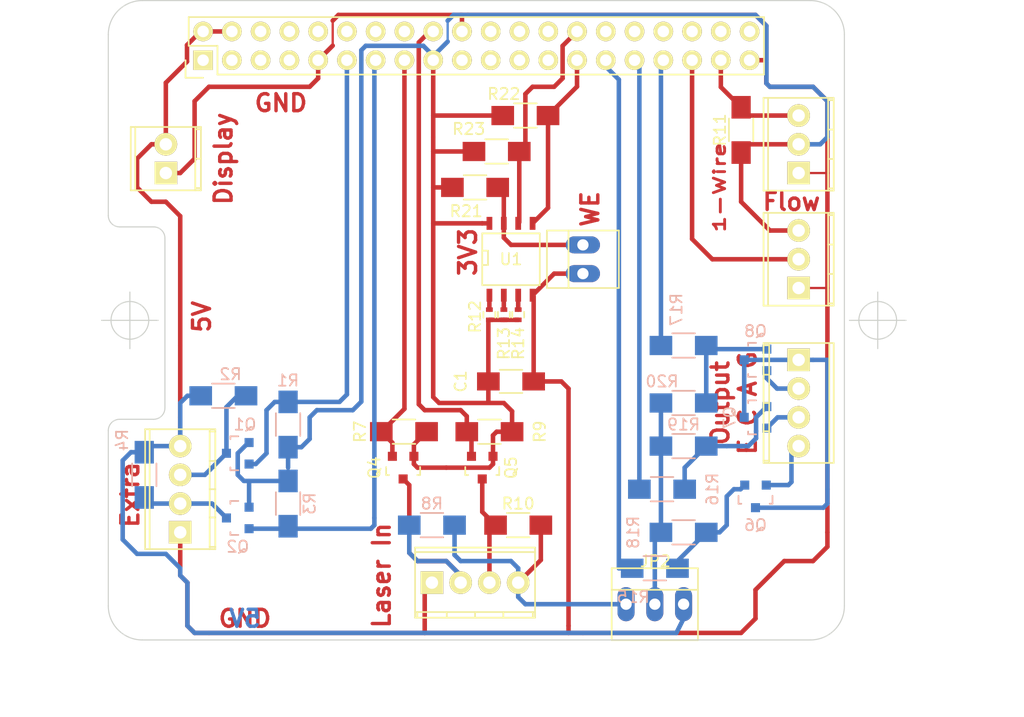
<source format=kicad_pcb>
(kicad_pcb (version 4) (host pcbnew 4.0.2-stable)

  (general
    (links 85)
    (no_connects 0)
    (area 83.769999 46.939999 148.870001 103.540001)
    (thickness 1.6)
    (drawings 41)
    (tracks 337)
    (zones 0)
    (modules 43)
    (nets 31)
  )

  (page A4)
  (title_block
    (title "LaserPi Hat")
    (date 2016-04-04)
    (rev 1.0)
  )

  (layers
    (0 F.Cu signal)
    (31 B.Cu signal)
    (32 B.Adhes user hide)
    (33 F.Adhes user hide)
    (34 B.Paste user)
    (35 F.Paste user)
    (36 B.SilkS user hide)
    (37 F.SilkS user hide)
    (38 B.Mask user hide)
    (39 F.Mask user hide)
    (40 Dwgs.User user hide)
    (41 Cmts.User user)
    (42 Eco1.User user hide)
    (43 Eco2.User user hide)
    (44 Edge.Cuts user)
    (45 Margin user)
    (46 B.CrtYd user)
    (47 F.CrtYd user)
    (48 B.Fab user)
    (49 F.Fab user)
  )

  (setup
    (last_trace_width 0.4)
    (user_trace_width 0.1)
    (user_trace_width 0.2)
    (user_trace_width 0.4)
    (user_trace_width 0.8)
    (user_trace_width 1)
    (trace_clearance 0.2)
    (zone_clearance 0.508)
    (zone_45_only no)
    (trace_min 0.1)
    (segment_width 0.2)
    (edge_width 0.1)
    (via_size 1.6)
    (via_drill 1.5)
    (via_min_size 0.4)
    (via_min_drill 0.3)
    (uvia_size 0.3)
    (uvia_drill 0.1)
    (uvias_allowed no)
    (uvia_min_size 0.2)
    (uvia_min_drill 0.1)
    (pcb_text_width 0.3)
    (pcb_text_size 1.5 1.5)
    (mod_edge_width 0.15)
    (mod_text_size 1 1)
    (mod_text_width 0.15)
    (pad_size 2.75 2.75)
    (pad_drill 2.75)
    (pad_to_mask_clearance 0)
    (aux_axis_origin 0 0)
    (grid_origin 83.82 46.99)
    (visible_elements 7FFEFFFF)
    (pcbplotparams
      (layerselection 0x00030_80000001)
      (usegerberextensions false)
      (excludeedgelayer true)
      (linewidth 0.100000)
      (plotframeref false)
      (viasonmask false)
      (mode 1)
      (useauxorigin false)
      (hpglpennumber 1)
      (hpglpenspeed 20)
      (hpglpendiameter 15)
      (hpglpenoverlay 2)
      (psnegative false)
      (psa4output false)
      (plotreference true)
      (plotvalue true)
      (plotinvisibletext false)
      (padsonsilk false)
      (subtractmaskfromsilk false)
      (outputformat 1)
      (mirror false)
      (drillshape 0)
      (scaleselection 1)
      (outputdirectory meta/))
  )

  (net 0 "")
  (net 1 +3V3)
  (net 2 +5V)
  (net 3 GND)
  (net 4 1_WIRE)
  (net 5 LC_WORKING)
  (net 6 LC_AIR)
  (net 7 FLOW_METER)
  (net 8 LC2)
  (net 9 LC4)
  (net 10 +24V)
  (net 11 "Net-(R12-Pad1)")
  (net 12 ID_SD)
  (net 13 ID_SC)
  (net 14 MC_EXTRA_1)
  (net 15 EP1)
  (net 16 "Net-(R13-Pad1)")
  (net 17 "Net-(R14-Pad1)")
  (net 18 LIGHTS)
  (net 19 LP1)
  (net 20 OUT_EXHAUST)
  (net 21 OUT_CHILLER)
  (net 22 OUT_AIR)
  (net 23 HEADER_EXHAUST)
  (net 24 HEADER_AIR)
  (net 25 HEADER_CHILLER)
  (net 26 "Net-(Q6-Pad1)")
  (net 27 "Net-(Q7-Pad1)")
  (net 28 "Net-(Q8-Pad1)")
  (net 29 "Net-(JP1-Pad2)")
  (net 30 VSS)

  (net_class Default "This is the default net class."
    (clearance 0.2)
    (trace_width 0.2)
    (via_dia 1.6)
    (via_drill 1.5)
    (uvia_dia 0.3)
    (uvia_drill 0.1)
    (add_net +24V)
    (add_net +3V3)
    (add_net +5V)
    (add_net 1_WIRE)
    (add_net EP1)
    (add_net FLOW_METER)
    (add_net GND)
    (add_net HEADER_AIR)
    (add_net HEADER_CHILLER)
    (add_net HEADER_EXHAUST)
    (add_net ID_SC)
    (add_net ID_SD)
    (add_net LC2)
    (add_net LC4)
    (add_net LC_AIR)
    (add_net LC_WORKING)
    (add_net LIGHTS)
    (add_net LP1)
    (add_net MC_EXTRA_1)
    (add_net "Net-(JP1-Pad2)")
    (add_net "Net-(Q6-Pad1)")
    (add_net "Net-(Q7-Pad1)")
    (add_net "Net-(Q8-Pad1)")
    (add_net "Net-(R12-Pad1)")
    (add_net "Net-(R13-Pad1)")
    (add_net "Net-(R14-Pad1)")
    (add_net OUT_AIR)
    (add_net OUT_CHILLER)
    (add_net OUT_EXHAUST)
    (add_net VSS)
  )

  (module RPi_Hat:Pin_Header_Straight_2x20 locked (layer F.Cu) (tedit 570197E6) (tstamp 5516AEA0)
    (at 116.32 50.99 90)
    (descr "Through hole pin header")
    (tags "pin header")
    (path /570413A8)
    (fp_text reference J1 (at -4.191 -24.13 90) (layer F.SilkS) hide
      (effects (font (size 1 1) (thickness 0.15)))
    )
    (fp_text value RPi_GPIO (at -1.27 -27.23 90) (layer F.Fab)
      (effects (font (size 1 1) (thickness 0.15)))
    )
    (fp_line (start -3.02 -25.88) (end -3.02 25.92) (layer F.CrtYd) (width 0.05))
    (fp_line (start 3.03 -25.88) (end 3.03 25.92) (layer F.CrtYd) (width 0.05))
    (fp_line (start -3.02 -25.88) (end 3.03 -25.88) (layer F.CrtYd) (width 0.05))
    (fp_line (start -3.02 25.92) (end 3.03 25.92) (layer F.CrtYd) (width 0.05))
    (fp_line (start 2.54 25.4) (end 2.54 -25.4) (layer F.SilkS) (width 0.15))
    (fp_line (start -2.54 -22.86) (end -2.54 25.4) (layer F.SilkS) (width 0.15))
    (fp_line (start 2.54 25.4) (end -2.54 25.4) (layer F.SilkS) (width 0.15))
    (fp_line (start 2.54 -25.4) (end 0 -25.4) (layer F.SilkS) (width 0.15))
    (fp_line (start -1.27 -25.68) (end -2.82 -25.68) (layer F.SilkS) (width 0.15))
    (fp_line (start 0 -25.4) (end 0 -22.86) (layer F.SilkS) (width 0.15))
    (fp_line (start 0 -22.86) (end -2.54 -22.86) (layer F.SilkS) (width 0.15))
    (fp_line (start -2.82 -25.68) (end -2.82 -24.13) (layer F.SilkS) (width 0.15))
    (pad 1 thru_hole rect (at -1.27 -24.13 90) (size 1.7272 1.7272) (drill 1.016) (layers *.Cu *.Mask F.SilkS))
    (pad 2 thru_hole oval (at 1.27 -24.13 90) (size 1.7272 1.7272) (drill 1.016) (layers *.Cu *.Mask F.SilkS)
      (net 2 +5V))
    (pad 3 thru_hole oval (at -1.27 -21.59 90) (size 1.7272 1.7272) (drill 1.016) (layers *.Cu *.Mask F.SilkS))
    (pad 4 thru_hole oval (at 1.27 -21.59 90) (size 1.7272 1.7272) (drill 1.016) (layers *.Cu *.Mask F.SilkS)
      (net 2 +5V))
    (pad 5 thru_hole oval (at -1.27 -19.05 90) (size 1.7272 1.7272) (drill 1.016) (layers *.Cu *.Mask F.SilkS))
    (pad 6 thru_hole oval (at 1.27 -19.05 90) (size 1.7272 1.7272) (drill 1.016) (layers *.Cu *.Mask F.SilkS))
    (pad 7 thru_hole oval (at -1.27 -16.51 90) (size 1.7272 1.7272) (drill 1.016) (layers *.Cu *.Mask F.SilkS))
    (pad 8 thru_hole oval (at 1.27 -16.51 90) (size 1.7272 1.7272) (drill 1.016) (layers *.Cu *.Mask F.SilkS))
    (pad 9 thru_hole oval (at -1.27 -13.97 90) (size 1.7272 1.7272) (drill 1.016) (layers *.Cu *.Mask F.SilkS)
      (net 3 GND))
    (pad 10 thru_hole oval (at 1.27 -13.97 90) (size 1.7272 1.7272) (drill 1.016) (layers *.Cu *.Mask F.SilkS))
    (pad 11 thru_hole oval (at -1.27 -11.43 90) (size 1.7272 1.7272) (drill 1.016) (layers *.Cu *.Mask F.SilkS)
      (net 14 MC_EXTRA_1))
    (pad 12 thru_hole oval (at 1.27 -11.43 90) (size 1.7272 1.7272) (drill 1.016) (layers *.Cu *.Mask F.SilkS))
    (pad 13 thru_hole oval (at -1.27 -8.89 90) (size 1.7272 1.7272) (drill 1.016) (layers *.Cu *.Mask F.SilkS)
      (net 18 LIGHTS))
    (pad 14 thru_hole oval (at 1.27 -8.89 90) (size 1.7272 1.7272) (drill 1.016) (layers *.Cu *.Mask F.SilkS))
    (pad 15 thru_hole oval (at -1.27 -6.35 90) (size 1.7272 1.7272) (drill 1.016) (layers *.Cu *.Mask F.SilkS)
      (net 5 LC_WORKING))
    (pad 16 thru_hole oval (at 1.27 -6.35 90) (size 1.7272 1.7272) (drill 1.016) (layers *.Cu *.Mask F.SilkS))
    (pad 17 thru_hole oval (at -1.27 -3.81 90) (size 1.7272 1.7272) (drill 1.016) (layers *.Cu *.Mask F.SilkS)
      (net 1 +3V3))
    (pad 18 thru_hole oval (at 1.27 -3.81 90) (size 1.7272 1.7272) (drill 1.016) (layers *.Cu *.Mask F.SilkS)
      (net 6 LC_AIR))
    (pad 19 thru_hole oval (at -1.27 -1.27 90) (size 1.7272 1.7272) (drill 1.016) (layers *.Cu *.Mask F.SilkS))
    (pad 20 thru_hole oval (at 1.27 -1.27 90) (size 1.7272 1.7272) (drill 1.016) (layers *.Cu *.Mask F.SilkS)
      (net 3 GND))
    (pad 21 thru_hole oval (at -1.27 1.27 90) (size 1.7272 1.7272) (drill 1.016) (layers *.Cu *.Mask F.SilkS))
    (pad 22 thru_hole oval (at 1.27 1.27 90) (size 1.7272 1.7272) (drill 1.016) (layers *.Cu *.Mask F.SilkS))
    (pad 23 thru_hole oval (at -1.27 3.81 90) (size 1.7272 1.7272) (drill 1.016) (layers *.Cu *.Mask F.SilkS))
    (pad 24 thru_hole oval (at 1.27 3.81 90) (size 1.7272 1.7272) (drill 1.016) (layers *.Cu *.Mask F.SilkS))
    (pad 25 thru_hole oval (at -1.27 6.35 90) (size 1.7272 1.7272) (drill 1.016) (layers *.Cu *.Mask F.SilkS))
    (pad 26 thru_hole oval (at 1.27 6.35 90) (size 1.7272 1.7272) (drill 1.016) (layers *.Cu *.Mask F.SilkS))
    (pad 27 thru_hole oval (at -1.27 8.89 90) (size 1.7272 1.7272) (drill 1.016) (layers *.Cu *.Mask F.SilkS)
      (net 12 ID_SD))
    (pad 28 thru_hole oval (at 1.27 8.89 90) (size 1.7272 1.7272) (drill 1.016) (layers *.Cu *.Mask F.SilkS)
      (net 13 ID_SC))
    (pad 29 thru_hole oval (at -1.27 11.43 90) (size 1.7272 1.7272) (drill 1.016) (layers *.Cu *.Mask F.SilkS)
      (net 20 OUT_EXHAUST))
    (pad 30 thru_hole oval (at 1.27 11.43 90) (size 1.7272 1.7272) (drill 1.016) (layers *.Cu *.Mask F.SilkS))
    (pad 31 thru_hole oval (at -1.27 13.97 90) (size 1.7272 1.7272) (drill 1.016) (layers *.Cu *.Mask F.SilkS)
      (net 21 OUT_CHILLER))
    (pad 32 thru_hole oval (at 1.27 13.97 90) (size 1.7272 1.7272) (drill 1.016) (layers *.Cu *.Mask F.SilkS))
    (pad 33 thru_hole oval (at -1.27 16.51 90) (size 1.7272 1.7272) (drill 1.016) (layers *.Cu *.Mask F.SilkS)
      (net 22 OUT_AIR))
    (pad 34 thru_hole oval (at 1.27 16.51 90) (size 1.7272 1.7272) (drill 1.016) (layers *.Cu *.Mask F.SilkS))
    (pad 35 thru_hole oval (at -1.27 19.05 90) (size 1.7272 1.7272) (drill 1.016) (layers *.Cu *.Mask F.SilkS)
      (net 7 FLOW_METER))
    (pad 36 thru_hole oval (at 1.27 19.05 90) (size 1.7272 1.7272) (drill 1.016) (layers *.Cu *.Mask F.SilkS))
    (pad 37 thru_hole oval (at -1.27 21.59 90) (size 1.7272 1.7272) (drill 1.016) (layers *.Cu *.Mask F.SilkS)
      (net 4 1_WIRE))
    (pad 38 thru_hole oval (at 1.27 21.59 90) (size 1.7272 1.7272) (drill 1.016) (layers *.Cu *.Mask F.SilkS))
    (pad 39 thru_hole oval (at -1.27 24.13 90) (size 1.7272 1.7272) (drill 1.016) (layers *.Cu *.Mask F.SilkS)
      (net 3 GND))
    (pad 40 thru_hole oval (at 1.27 24.13 90) (size 1.7272 1.7272) (drill 1.016) (layers *.Cu *.Mask F.SilkS))
    (model Pin_Headers.3dshapes/Pin_Header_Straight_2x20.wrl
      (at (xyz 0 0 0))
      (scale (xyz 1 1 1))
      (rotate (xyz 0 0 90))
    )
  )

  (module Terminal_Blocks:TerminalBlock_Pheonix_MPT-2.54mm_4pol locked (layer F.Cu) (tedit 5705D65A) (tstamp 57056CE2)
    (at 90.17 93.98 90)
    (descr "4-way 2.54mm pitch terminal block, Phoenix MPT series")
    (path /570414B2)
    (fp_text reference P2 (at 3.81 -4.50088 90) (layer F.SilkS) hide
      (effects (font (size 1 1) (thickness 0.15)))
    )
    (fp_text value Extra (at 3.81 4.50088 90) (layer F.Fab)
      (effects (font (size 1 1) (thickness 0.15)))
    )
    (fp_line (start -1.778 -3.302) (end 9.398 -3.302) (layer F.CrtYd) (width 0.05))
    (fp_line (start -1.778 3.302) (end -1.778 -3.302) (layer F.CrtYd) (width 0.05))
    (fp_line (start 9.398 3.302) (end -1.778 3.302) (layer F.CrtYd) (width 0.05))
    (fp_line (start 9.398 -3.302) (end 9.398 3.302) (layer F.CrtYd) (width 0.05))
    (fp_line (start 9.11098 -3.0988) (end -1.49098 -3.0988) (layer F.SilkS) (width 0.15))
    (fp_line (start -1.49098 -2.70002) (end 9.11098 -2.70002) (layer F.SilkS) (width 0.15))
    (fp_line (start -1.49098 2.60096) (end 9.11098 2.60096) (layer F.SilkS) (width 0.15))
    (fp_line (start 9.11098 3.0988) (end -1.49098 3.0988) (layer F.SilkS) (width 0.15))
    (fp_line (start 6.30682 2.60096) (end 6.30682 3.0988) (layer F.SilkS) (width 0.15))
    (fp_line (start 3.81 2.60096) (end 3.81 3.0988) (layer F.SilkS) (width 0.15))
    (fp_line (start -1.28778 3.0988) (end -1.28778 2.60096) (layer F.SilkS) (width 0.15))
    (fp_line (start 8.91032 2.60096) (end 8.91032 3.0988) (layer F.SilkS) (width 0.15))
    (fp_line (start 1.31318 3.0988) (end 1.31318 2.60096) (layer F.SilkS) (width 0.15))
    (fp_line (start 9.10844 3.0988) (end 9.10844 -3.0988) (layer F.SilkS) (width 0.15))
    (fp_line (start -1.4859 -3.0988) (end -1.4859 3.0988) (layer F.SilkS) (width 0.15))
    (pad 4 thru_hole oval (at 7.62 0 270) (size 1.99898 1.99898) (drill 1.09728) (layers *.Cu *.Mask F.SilkS)
      (net 2 +5V))
    (pad 1 thru_hole rect (at 0 0 270) (size 1.99898 1.99898) (drill 1.09728) (layers *.Cu *.Mask F.SilkS)
      (net 3 GND))
    (pad 2 thru_hole oval (at 2.54 0 270) (size 1.99898 1.99898) (drill 1.09728) (layers *.Cu *.Mask F.SilkS)
      (net 19 LP1))
    (pad 3 thru_hole oval (at 5.08 0 270) (size 1.99898 1.99898) (drill 1.09728) (layers *.Cu *.Mask F.SilkS)
      (net 15 EP1))
    (model Terminal_Blocks.3dshapes/TerminalBlock_Pheonix_MPT-2.54mm_4pol.wrl
      (at (xyz 0.15 0 0))
      (scale (xyz 1 1 1))
      (rotate (xyz 0 0 0))
    )
  )

  (module Terminal_Blocks:TerminalBlock_Pheonix_MPT-2.54mm_4pol locked (layer F.Cu) (tedit 5705D64F) (tstamp 570058E7)
    (at 112.395 98.425)
    (descr "4-way 2.54mm pitch terminal block, Phoenix MPT series")
    (path /570413BE)
    (fp_text reference P5 (at 10.16 0 90) (layer F.SilkS) hide
      (effects (font (size 1 1) (thickness 0.15)))
    )
    (fp_text value "Laser Controller Input" (at 3.81 4.50088) (layer F.Fab)
      (effects (font (size 1 1) (thickness 0.15)))
    )
    (fp_line (start -1.778 -3.302) (end 9.398 -3.302) (layer F.CrtYd) (width 0.05))
    (fp_line (start -1.778 3.302) (end -1.778 -3.302) (layer F.CrtYd) (width 0.05))
    (fp_line (start 9.398 3.302) (end -1.778 3.302) (layer F.CrtYd) (width 0.05))
    (fp_line (start 9.398 -3.302) (end 9.398 3.302) (layer F.CrtYd) (width 0.05))
    (fp_line (start 9.11098 -3.0988) (end -1.49098 -3.0988) (layer F.SilkS) (width 0.15))
    (fp_line (start -1.49098 -2.70002) (end 9.11098 -2.70002) (layer F.SilkS) (width 0.15))
    (fp_line (start -1.49098 2.60096) (end 9.11098 2.60096) (layer F.SilkS) (width 0.15))
    (fp_line (start 9.11098 3.0988) (end -1.49098 3.0988) (layer F.SilkS) (width 0.15))
    (fp_line (start 6.30682 2.60096) (end 6.30682 3.0988) (layer F.SilkS) (width 0.15))
    (fp_line (start 3.81 2.60096) (end 3.81 3.0988) (layer F.SilkS) (width 0.15))
    (fp_line (start -1.28778 3.0988) (end -1.28778 2.60096) (layer F.SilkS) (width 0.15))
    (fp_line (start 8.91032 2.60096) (end 8.91032 3.0988) (layer F.SilkS) (width 0.15))
    (fp_line (start 1.31318 3.0988) (end 1.31318 2.60096) (layer F.SilkS) (width 0.15))
    (fp_line (start 9.10844 3.0988) (end 9.10844 -3.0988) (layer F.SilkS) (width 0.15))
    (fp_line (start -1.4859 -3.0988) (end -1.4859 3.0988) (layer F.SilkS) (width 0.15))
    (pad 4 thru_hole oval (at 7.62 0 180) (size 1.99898 1.99898) (drill 1.09728) (layers *.Cu *.Mask F.SilkS)
      (net 10 +24V))
    (pad 1 thru_hole rect (at 0 0 180) (size 1.99898 1.99898) (drill 1.09728) (layers *.Cu *.Mask F.SilkS)
      (net 3 GND))
    (pad 2 thru_hole oval (at 2.54 0 180) (size 1.99898 1.99898) (drill 1.09728) (layers *.Cu *.Mask F.SilkS)
      (net 8 LC2))
    (pad 3 thru_hole oval (at 5.08 0 180) (size 1.99898 1.99898) (drill 1.09728) (layers *.Cu *.Mask F.SilkS)
      (net 9 LC4))
    (model Terminal_Blocks.3dshapes/TerminalBlock_Pheonix_MPT-2.54mm_4pol.wrl
      (at (xyz 0.15 0 0))
      (scale (xyz 1 1 1))
      (rotate (xyz 0 0 0))
    )
  )

  (module TO_SOT_Packages_SMD:SOT-23 (layer B.Cu) (tedit 5705D531) (tstamp 570336F8)
    (at 95.25 92.71 270)
    (descr "SOT-23, Standard")
    (tags SOT-23)
    (path /57041536)
    (attr smd)
    (fp_text reference Q2 (at 2.54 0 360) (layer B.SilkS)
      (effects (font (size 1 1) (thickness 0.15)) (justify mirror))
    )
    (fp_text value BSS138 (at 0 -2.3 270) (layer B.Fab)
      (effects (font (size 1 1) (thickness 0.15)) (justify mirror))
    )
    (fp_line (start -1.65 1.6) (end 1.65 1.6) (layer B.CrtYd) (width 0.05))
    (fp_line (start 1.65 1.6) (end 1.65 -1.6) (layer B.CrtYd) (width 0.05))
    (fp_line (start 1.65 -1.6) (end -1.65 -1.6) (layer B.CrtYd) (width 0.05))
    (fp_line (start -1.65 -1.6) (end -1.65 1.6) (layer B.CrtYd) (width 0.05))
    (fp_line (start 1.29916 0.65024) (end 1.2509 0.65024) (layer B.SilkS) (width 0.15))
    (fp_line (start -1.49982 -0.0508) (end -1.49982 0.65024) (layer B.SilkS) (width 0.15))
    (fp_line (start -1.49982 0.65024) (end -1.2509 0.65024) (layer B.SilkS) (width 0.15))
    (fp_line (start 1.29916 0.65024) (end 1.49982 0.65024) (layer B.SilkS) (width 0.15))
    (fp_line (start 1.49982 0.65024) (end 1.49982 -0.0508) (layer B.SilkS) (width 0.15))
    (pad 1 smd rect (at -0.95 -1.00076 270) (size 0.8001 0.8001) (layers B.Cu B.Paste B.Mask)
      (net 1 +3V3))
    (pad 2 smd rect (at 0.95 -1.00076 270) (size 0.8001 0.8001) (layers B.Cu B.Paste B.Mask)
      (net 18 LIGHTS))
    (pad 3 smd rect (at 0 0.99822 270) (size 0.8001 0.8001) (layers B.Cu B.Paste B.Mask)
      (net 19 LP1))
    (model TO_SOT_Packages_SMD.3dshapes/SOT-23.wrl
      (at (xyz 0 0 0))
      (scale (xyz 1 1 1))
      (rotate (xyz 0 0 0))
    )
  )

  (module SMD_Packages:SOIC-8-N (layer F.Cu) (tedit 56FB4C8D) (tstamp 56EEFC18)
    (at 119.38 69.85)
    (descr "Module Narrow CMS SOJ 8 pins large")
    (tags "CMS SOJ")
    (path /5704147D)
    (attr smd)
    (fp_text reference U1 (at 0 0 180) (layer F.SilkS)
      (effects (font (size 1 1) (thickness 0.15)))
    )
    (fp_text value CAT24C32WI (at 0 1.27) (layer F.Fab)
      (effects (font (size 1 1) (thickness 0.15)))
    )
    (fp_line (start -2.54 -2.286) (end 2.54 -2.286) (layer F.SilkS) (width 0.15))
    (fp_line (start 2.54 -2.286) (end 2.54 2.286) (layer F.SilkS) (width 0.15))
    (fp_line (start 2.54 2.286) (end -2.54 2.286) (layer F.SilkS) (width 0.15))
    (fp_line (start -2.54 2.286) (end -2.54 -2.286) (layer F.SilkS) (width 0.15))
    (fp_line (start -2.54 -0.762) (end -2.032 -0.762) (layer F.SilkS) (width 0.15))
    (fp_line (start -2.032 -0.762) (end -2.032 0.508) (layer F.SilkS) (width 0.15))
    (fp_line (start -2.032 0.508) (end -2.54 0.508) (layer F.SilkS) (width 0.15))
    (pad 8 smd rect (at -1.905 -3.175) (size 0.508 1.143) (layers F.Cu F.Paste F.Mask)
      (net 1 +3V3))
    (pad 7 smd rect (at -0.635 -3.175) (size 0.508 1.143) (layers F.Cu F.Paste F.Mask)
      (net 29 "Net-(JP1-Pad2)"))
    (pad 6 smd rect (at 0.635 -3.175) (size 0.508 1.143) (layers F.Cu F.Paste F.Mask)
      (net 13 ID_SC))
    (pad 5 smd rect (at 1.905 -3.175) (size 0.508 1.143) (layers F.Cu F.Paste F.Mask)
      (net 12 ID_SD))
    (pad 4 smd rect (at 1.905 3.175) (size 0.508 1.143) (layers F.Cu F.Paste F.Mask)
      (net 3 GND))
    (pad 3 smd rect (at 0.635 3.175) (size 0.508 1.143) (layers F.Cu F.Paste F.Mask)
      (net 17 "Net-(R14-Pad1)"))
    (pad 2 smd rect (at -0.635 3.175) (size 0.508 1.143) (layers F.Cu F.Paste F.Mask)
      (net 16 "Net-(R13-Pad1)"))
    (pad 1 smd rect (at -1.905 3.175) (size 0.508 1.143) (layers F.Cu F.Paste F.Mask)
      (net 11 "Net-(R12-Pad1)"))
    (model SMD_Packages.3dshapes/SOIC-8-N.wrl
      (at (xyz 0 0 0))
      (scale (xyz 0.5 0.38 0.5))
      (rotate (xyz 0 0 0))
    )
  )

  (module RPi_Hat:RPi_Hat_Mounting_Hole locked (layer F.Cu) (tedit 55217CB9) (tstamp 5515DECC)
    (at 87.32 99.99)
    (descr "Mounting hole, Befestigungsbohrung, 2,7mm, No Annular, Kein Restring,")
    (tags "Mounting hole, Befestigungsbohrung, 2,7mm, No Annular, Kein Restring,")
    (fp_text reference "" (at 0 -4.0005) (layer F.SilkS) hide
      (effects (font (size 1 1) (thickness 0.15)))
    )
    (fp_text value "" (at 0.09906 3.59918) (layer F.Fab) hide
      (effects (font (size 1 1) (thickness 0.15)))
    )
    (fp_circle (center 0 0) (end 1.375 0) (layer F.Fab) (width 0.15))
    (fp_circle (center 0 0) (end 3.1 0) (layer F.Fab) (width 0.15))
    (fp_circle (center 0 0) (end 3.1 0) (layer B.Fab) (width 0.15))
    (fp_circle (center 0 0) (end 1.375 0) (layer B.Fab) (width 0.15))
    (fp_circle (center 0 0) (end 3.1 0) (layer F.CrtYd) (width 0.15))
    (fp_circle (center 0 0) (end 3.1 0) (layer B.CrtYd) (width 0.15))
    (pad "" np_thru_hole circle (at 0 0) (size 2.75 2.75) (drill 2.75) (layers *.Cu *.Mask)
      (solder_mask_margin 1.725) (clearance 1.725))
  )

  (module TO_SOT_Packages_SMD:SOT-23 (layer B.Cu) (tedit 57106B0A) (tstamp 56FB2957)
    (at 95.25 86.995 270)
    (descr "SOT-23, Standard")
    (tags SOT-23)
    (path /570414C7)
    (attr smd)
    (fp_text reference Q1 (at -2.54 -0.635 540) (layer B.SilkS)
      (effects (font (size 1 1) (thickness 0.15)) (justify mirror))
    )
    (fp_text value BSS138 (at 0 -2.3 270) (layer B.Fab)
      (effects (font (size 1 1) (thickness 0.15)) (justify mirror))
    )
    (fp_line (start -1.65 1.6) (end 1.65 1.6) (layer B.CrtYd) (width 0.05))
    (fp_line (start 1.65 1.6) (end 1.65 -1.6) (layer B.CrtYd) (width 0.05))
    (fp_line (start 1.65 -1.6) (end -1.65 -1.6) (layer B.CrtYd) (width 0.05))
    (fp_line (start -1.65 -1.6) (end -1.65 1.6) (layer B.CrtYd) (width 0.05))
    (fp_line (start 1.29916 0.65024) (end 1.2509 0.65024) (layer B.SilkS) (width 0.15))
    (fp_line (start -1.49982 -0.0508) (end -1.49982 0.65024) (layer B.SilkS) (width 0.15))
    (fp_line (start -1.49982 0.65024) (end -1.2509 0.65024) (layer B.SilkS) (width 0.15))
    (fp_line (start 1.29916 0.65024) (end 1.49982 0.65024) (layer B.SilkS) (width 0.15))
    (fp_line (start 1.49982 0.65024) (end 1.49982 -0.0508) (layer B.SilkS) (width 0.15))
    (pad 1 smd rect (at -0.95 -1.00076 270) (size 0.8001 0.8001) (layers B.Cu B.Paste B.Mask)
      (net 1 +3V3))
    (pad 2 smd rect (at 0.95 -1.00076 270) (size 0.8001 0.8001) (layers B.Cu B.Paste B.Mask)
      (net 14 MC_EXTRA_1))
    (pad 3 smd rect (at 0 0.99822 270) (size 0.8001 0.8001) (layers B.Cu B.Paste B.Mask)
      (net 15 EP1))
    (model TO_SOT_Packages_SMD.3dshapes/SOT-23.wrl
      (at (xyz 0 0 0))
      (scale (xyz 1 1 1))
      (rotate (xyz 0 0 0))
    )
  )

  (module Resistors_SMD:R_1206_HandSoldering (layer B.Cu) (tedit 57106E3F) (tstamp 56FB2973)
    (at 99.695 84.455 270)
    (descr "Resistor SMD 1206, hand soldering")
    (tags "resistor 1206")
    (path /570414D5)
    (attr smd)
    (fp_text reference R1 (at -3.88874 0.01016 360) (layer B.SilkS)
      (effects (font (size 1 1) (thickness 0.15)) (justify mirror))
    )
    (fp_text value 10k (at 0 -2.3 270) (layer B.Fab)
      (effects (font (size 1 1) (thickness 0.15)) (justify mirror))
    )
    (fp_line (start -3.3 1.2) (end 3.3 1.2) (layer B.CrtYd) (width 0.05))
    (fp_line (start -3.3 -1.2) (end 3.3 -1.2) (layer B.CrtYd) (width 0.05))
    (fp_line (start -3.3 1.2) (end -3.3 -1.2) (layer B.CrtYd) (width 0.05))
    (fp_line (start 3.3 1.2) (end 3.3 -1.2) (layer B.CrtYd) (width 0.05))
    (fp_line (start 1 -1.075) (end -1 -1.075) (layer B.SilkS) (width 0.15))
    (fp_line (start -1 1.075) (end 1 1.075) (layer B.SilkS) (width 0.15))
    (pad 1 smd rect (at -2 0 270) (size 2 1.7) (layers B.Cu B.Paste B.Mask)
      (net 14 MC_EXTRA_1))
    (pad 2 smd rect (at 2 0 270) (size 2 1.7) (layers B.Cu B.Paste B.Mask)
      (net 1 +3V3))
    (model Resistors_SMD.3dshapes/R_1206_HandSoldering.wrl
      (at (xyz 0 0 0))
      (scale (xyz 1 1 1))
      (rotate (xyz 0 0 0))
    )
  )

  (module Resistors_SMD:R_1206_HandSoldering (layer B.Cu) (tedit 5705D8C7) (tstamp 56FB297F)
    (at 93.98 81.915)
    (descr "Resistor SMD 1206, hand soldering")
    (tags "resistor 1206")
    (path /570414CE)
    (attr smd)
    (fp_text reference R2 (at 0.635 -1.905 180) (layer B.SilkS)
      (effects (font (size 1 1) (thickness 0.15)) (justify mirror))
    )
    (fp_text value 10k (at 0 -2.3) (layer B.Fab)
      (effects (font (size 1 1) (thickness 0.15)) (justify mirror))
    )
    (fp_line (start -3.3 1.2) (end 3.3 1.2) (layer B.CrtYd) (width 0.05))
    (fp_line (start -3.3 -1.2) (end 3.3 -1.2) (layer B.CrtYd) (width 0.05))
    (fp_line (start -3.3 1.2) (end -3.3 -1.2) (layer B.CrtYd) (width 0.05))
    (fp_line (start 3.3 1.2) (end 3.3 -1.2) (layer B.CrtYd) (width 0.05))
    (fp_line (start 1 -1.075) (end -1 -1.075) (layer B.SilkS) (width 0.15))
    (fp_line (start -1 1.075) (end 1 1.075) (layer B.SilkS) (width 0.15))
    (pad 1 smd rect (at -2 0) (size 2 1.7) (layers B.Cu B.Paste B.Mask)
      (net 2 +5V))
    (pad 2 smd rect (at 2 0) (size 2 1.7) (layers B.Cu B.Paste B.Mask)
      (net 15 EP1))
    (model Resistors_SMD.3dshapes/R_1206_HandSoldering.wrl
      (at (xyz 0 0 0))
      (scale (xyz 1 1 1))
      (rotate (xyz 0 0 0))
    )
  )

  (module Resistors_SMD:R_1206_HandSoldering (layer B.Cu) (tedit 57033F62) (tstamp 56FB2997)
    (at 86.995 88.9 270)
    (descr "Resistor SMD 1206, hand soldering")
    (tags "resistor 1206")
    (path /5704153D)
    (attr smd)
    (fp_text reference R4 (at -3.06832 1.95072 270) (layer B.SilkS)
      (effects (font (size 1 1) (thickness 0.15)) (justify mirror))
    )
    (fp_text value 10k (at 0 -2.3 270) (layer B.Fab)
      (effects (font (size 1 1) (thickness 0.15)) (justify mirror))
    )
    (fp_line (start -3.3 1.2) (end 3.3 1.2) (layer B.CrtYd) (width 0.05))
    (fp_line (start -3.3 -1.2) (end 3.3 -1.2) (layer B.CrtYd) (width 0.05))
    (fp_line (start -3.3 1.2) (end -3.3 -1.2) (layer B.CrtYd) (width 0.05))
    (fp_line (start 3.3 1.2) (end 3.3 -1.2) (layer B.CrtYd) (width 0.05))
    (fp_line (start 1 -1.075) (end -1 -1.075) (layer B.SilkS) (width 0.15))
    (fp_line (start -1 1.075) (end 1 1.075) (layer B.SilkS) (width 0.15))
    (pad 1 smd rect (at -2 0 270) (size 2 1.7) (layers B.Cu B.Paste B.Mask)
      (net 2 +5V))
    (pad 2 smd rect (at 2 0 270) (size 2 1.7) (layers B.Cu B.Paste B.Mask)
      (net 19 LP1))
    (model Resistors_SMD.3dshapes/R_1206_HandSoldering.wrl
      (at (xyz 0 0 0))
      (scale (xyz 1 1 1))
      (rotate (xyz 0 0 0))
    )
  )

  (module Resistors_SMD:R_1206_HandSoldering (layer F.Cu) (tedit 57106E48) (tstamp 56EE028F)
    (at 109.92612 85.08492)
    (descr "Resistor SMD 1206, hand soldering")
    (tags "resistor 1206")
    (path /570413FC)
    (attr smd)
    (fp_text reference R7 (at -3.88112 0.00508 270) (layer F.SilkS)
      (effects (font (size 1 1) (thickness 0.15)))
    )
    (fp_text value 10k (at 0 2.3) (layer F.Fab)
      (effects (font (size 1 1) (thickness 0.15)))
    )
    (fp_line (start -3.3 -1.2) (end 3.3 -1.2) (layer F.CrtYd) (width 0.05))
    (fp_line (start -3.3 1.2) (end 3.3 1.2) (layer F.CrtYd) (width 0.05))
    (fp_line (start -3.3 -1.2) (end -3.3 1.2) (layer F.CrtYd) (width 0.05))
    (fp_line (start 3.3 -1.2) (end 3.3 1.2) (layer F.CrtYd) (width 0.05))
    (fp_line (start 1 1.075) (end -1 1.075) (layer F.SilkS) (width 0.15))
    (fp_line (start -1 -1.075) (end 1 -1.075) (layer F.SilkS) (width 0.15))
    (pad 1 smd rect (at -2 0) (size 2 1.7) (layers F.Cu F.Paste F.Mask)
      (net 5 LC_WORKING))
    (pad 2 smd rect (at 2 0) (size 2 1.7) (layers F.Cu F.Paste F.Mask)
      (net 1 +3V3))
    (model Resistors_SMD.3dshapes/R_1206_HandSoldering.wrl
      (at (xyz 0 0 0))
      (scale (xyz 1 1 1))
      (rotate (xyz 0 0 0))
    )
  )

  (module RPi_Hat:RPi_Hat_Mounting_Hole locked (layer F.Cu) (tedit 55217C7B) (tstamp 5515DEA9)
    (at 145.32 50.99)
    (descr "Mounting hole, Befestigungsbohrung, 2,7mm, No Annular, Kein Restring,")
    (tags "Mounting hole, Befestigungsbohrung, 2,7mm, No Annular, Kein Restring,")
    (fp_text reference "" (at 0 -4.0005) (layer F.SilkS) hide
      (effects (font (size 1 1) (thickness 0.15)))
    )
    (fp_text value "" (at 0.09906 3.59918) (layer F.Fab) hide
      (effects (font (size 1 1) (thickness 0.15)))
    )
    (fp_circle (center 0 0) (end 1.375 0) (layer F.Fab) (width 0.15))
    (fp_circle (center 0 0) (end 3.1 0) (layer F.Fab) (width 0.15))
    (fp_circle (center 0 0) (end 3.1 0) (layer B.Fab) (width 0.15))
    (fp_circle (center 0 0) (end 1.375 0) (layer B.Fab) (width 0.15))
    (fp_circle (center 0 0) (end 3.1 0) (layer F.CrtYd) (width 0.15))
    (fp_circle (center 0 0) (end 3.1 0) (layer B.CrtYd) (width 0.15))
    (pad "" np_thru_hole circle (at 0 0) (size 2.75 2.75) (drill 2.75) (layers *.Cu *.Mask)
      (solder_mask_margin 1.725) (clearance 1.725))
  )

  (module RPi_Hat:RPi_Hat_Mounting_Hole locked (layer F.Cu) (tedit 55217CCB) (tstamp 55169DC9)
    (at 145.32 99.99)
    (descr "Mounting hole, Befestigungsbohrung, 2,7mm, No Annular, Kein Restring,")
    (tags "Mounting hole, Befestigungsbohrung, 2,7mm, No Annular, Kein Restring,")
    (fp_text reference "" (at 0 -4.0005) (layer F.SilkS) hide
      (effects (font (size 1 1) (thickness 0.15)))
    )
    (fp_text value "" (at 0.09906 3.59918) (layer F.Fab) hide
      (effects (font (size 1 1) (thickness 0.15)))
    )
    (fp_circle (center 0 0) (end 1.375 0) (layer F.Fab) (width 0.15))
    (fp_circle (center 0 0) (end 3.1 0) (layer F.Fab) (width 0.15))
    (fp_circle (center 0 0) (end 3.1 0) (layer B.Fab) (width 0.15))
    (fp_circle (center 0 0) (end 1.375 0) (layer B.Fab) (width 0.15))
    (fp_circle (center 0 0) (end 3.1 0) (layer F.CrtYd) (width 0.15))
    (fp_circle (center 0 0) (end 3.1 0) (layer B.CrtYd) (width 0.15))
    (pad "" np_thru_hole circle (at 0 0) (size 2.75 2.75) (drill 2.75) (layers *.Cu *.Mask)
      (solder_mask_margin 1.725) (clearance 1.725))
  )

  (module RPi_Hat:RPi_Hat_Mounting_Hole locked (layer F.Cu) (tedit 55217CA2) (tstamp 5515DEBF)
    (at 87.32 50.99)
    (descr "Mounting hole, Befestigungsbohrung, 2,7mm, No Annular, Kein Restring,")
    (tags "Mounting hole, Befestigungsbohrung, 2,7mm, No Annular, Kein Restring,")
    (fp_text reference "" (at 0 -4.0005) (layer F.SilkS) hide
      (effects (font (size 1 1) (thickness 0.15)))
    )
    (fp_text value "" (at 0.09906 3.59918) (layer F.Fab) hide
      (effects (font (size 1 1) (thickness 0.15)))
    )
    (fp_circle (center 0 0) (end 1.375 0) (layer F.Fab) (width 0.15))
    (fp_circle (center 0 0) (end 3.1 0) (layer F.Fab) (width 0.15))
    (fp_circle (center 0 0) (end 3.1 0) (layer B.Fab) (width 0.15))
    (fp_circle (center 0 0) (end 1.375 0) (layer B.Fab) (width 0.15))
    (fp_circle (center 0 0) (end 3.1 0) (layer F.CrtYd) (width 0.15))
    (fp_circle (center 0 0) (end 3.1 0) (layer B.CrtYd) (width 0.15))
    (pad "" np_thru_hole circle (at 0 0) (size 2.75 2.75) (drill 2.75) (layers *.Cu *.Mask)
      (solder_mask_margin 1.725) (clearance 1.725))
  )

  (module TO_SOT_Packages_SMD:SOT-23 (layer F.Cu) (tedit 57106E59) (tstamp 56EE0270)
    (at 109.855 88.265 180)
    (descr "SOT-23, Standard")
    (tags SOT-23)
    (path /570413EE)
    (attr smd)
    (fp_text reference Q4 (at 2.54 0 450) (layer F.SilkS)
      (effects (font (size 1 1) (thickness 0.15)))
    )
    (fp_text value BSS138 (at 0 2.3 180) (layer F.Fab)
      (effects (font (size 1 1) (thickness 0.15)))
    )
    (fp_line (start -1.65 -1.6) (end 1.65 -1.6) (layer F.CrtYd) (width 0.05))
    (fp_line (start 1.65 -1.6) (end 1.65 1.6) (layer F.CrtYd) (width 0.05))
    (fp_line (start 1.65 1.6) (end -1.65 1.6) (layer F.CrtYd) (width 0.05))
    (fp_line (start -1.65 1.6) (end -1.65 -1.6) (layer F.CrtYd) (width 0.05))
    (fp_line (start 1.29916 -0.65024) (end 1.2509 -0.65024) (layer F.SilkS) (width 0.15))
    (fp_line (start -1.49982 0.0508) (end -1.49982 -0.65024) (layer F.SilkS) (width 0.15))
    (fp_line (start -1.49982 -0.65024) (end -1.2509 -0.65024) (layer F.SilkS) (width 0.15))
    (fp_line (start 1.29916 -0.65024) (end 1.49982 -0.65024) (layer F.SilkS) (width 0.15))
    (fp_line (start 1.49982 -0.65024) (end 1.49982 0.0508) (layer F.SilkS) (width 0.15))
    (pad 1 smd rect (at -0.95 1.00076 180) (size 0.8001 0.8001) (layers F.Cu F.Paste F.Mask)
      (net 1 +3V3))
    (pad 2 smd rect (at 0.95 1.00076 180) (size 0.8001 0.8001) (layers F.Cu F.Paste F.Mask)
      (net 5 LC_WORKING))
    (pad 3 smd rect (at 0 -0.99822 180) (size 0.8001 0.8001) (layers F.Cu F.Paste F.Mask)
      (net 8 LC2))
    (model TO_SOT_Packages_SMD.3dshapes/SOT-23.wrl
      (at (xyz 0 0 0))
      (scale (xyz 1 1 1))
      (rotate (xyz 0 0 0))
    )
  )

  (module TO_SOT_Packages_SMD:SOT-23 (layer F.Cu) (tedit 57033F28) (tstamp 56EE0277)
    (at 116.84 88.265 180)
    (descr "SOT-23, Standard")
    (tags SOT-23)
    (path /570413E7)
    (attr smd)
    (fp_text reference Q5 (at -2.54 0 450) (layer F.SilkS)
      (effects (font (size 1 1) (thickness 0.15)))
    )
    (fp_text value BSS138 (at 0 2.3 180) (layer F.Fab)
      (effects (font (size 1 1) (thickness 0.15)))
    )
    (fp_line (start -1.65 -1.6) (end 1.65 -1.6) (layer F.CrtYd) (width 0.05))
    (fp_line (start 1.65 -1.6) (end 1.65 1.6) (layer F.CrtYd) (width 0.05))
    (fp_line (start 1.65 1.6) (end -1.65 1.6) (layer F.CrtYd) (width 0.05))
    (fp_line (start -1.65 1.6) (end -1.65 -1.6) (layer F.CrtYd) (width 0.05))
    (fp_line (start 1.29916 -0.65024) (end 1.2509 -0.65024) (layer F.SilkS) (width 0.15))
    (fp_line (start -1.49982 0.0508) (end -1.49982 -0.65024) (layer F.SilkS) (width 0.15))
    (fp_line (start -1.49982 -0.65024) (end -1.2509 -0.65024) (layer F.SilkS) (width 0.15))
    (fp_line (start 1.29916 -0.65024) (end 1.49982 -0.65024) (layer F.SilkS) (width 0.15))
    (fp_line (start 1.49982 -0.65024) (end 1.49982 0.0508) (layer F.SilkS) (width 0.15))
    (pad 1 smd rect (at -0.95 1.00076 180) (size 0.8001 0.8001) (layers F.Cu F.Paste F.Mask)
      (net 1 +3V3))
    (pad 2 smd rect (at 0.95 1.00076 180) (size 0.8001 0.8001) (layers F.Cu F.Paste F.Mask)
      (net 6 LC_AIR))
    (pad 3 smd rect (at 0 -0.99822 180) (size 0.8001 0.8001) (layers F.Cu F.Paste F.Mask)
      (net 9 LC4))
    (model TO_SOT_Packages_SMD.3dshapes/SOT-23.wrl
      (at (xyz 0 0 0))
      (scale (xyz 1 1 1))
      (rotate (xyz 0 0 0))
    )
  )

  (module Resistors_SMD:R_1206_HandSoldering (layer F.Cu) (tedit 57019812) (tstamp 56EE027D)
    (at 139.7 58.42 270)
    (descr "Resistor SMD 1206, hand soldering")
    (tags "resistor 1206")
    (path /570413B0)
    (attr smd)
    (fp_text reference R11 (at 0.00254 1.87452 270) (layer F.SilkS)
      (effects (font (size 1 1) (thickness 0.15)))
    )
    (fp_text value 4k7 (at 0 2.3 270) (layer F.Fab)
      (effects (font (size 1 1) (thickness 0.15)))
    )
    (fp_line (start -3.3 -1.2) (end 3.3 -1.2) (layer F.CrtYd) (width 0.05))
    (fp_line (start -3.3 1.2) (end 3.3 1.2) (layer F.CrtYd) (width 0.05))
    (fp_line (start -3.3 -1.2) (end -3.3 1.2) (layer F.CrtYd) (width 0.05))
    (fp_line (start 3.3 -1.2) (end 3.3 1.2) (layer F.CrtYd) (width 0.05))
    (fp_line (start 1 1.075) (end -1 1.075) (layer F.SilkS) (width 0.15))
    (fp_line (start -1 -1.075) (end 1 -1.075) (layer F.SilkS) (width 0.15))
    (pad 1 smd rect (at -2 0 270) (size 2 1.7) (layers F.Cu F.Paste F.Mask)
      (net 4 1_WIRE))
    (pad 2 smd rect (at 2 0 270) (size 2 1.7) (layers F.Cu F.Paste F.Mask)
      (net 1 +3V3))
    (model Resistors_SMD.3dshapes/R_1206_HandSoldering.wrl
      (at (xyz 0 0 0))
      (scale (xyz 1 1 1))
      (rotate (xyz 0 0 0))
    )
  )

  (module Resistors_SMD:R_1206_HandSoldering (layer B.Cu) (tedit 5705DA78) (tstamp 56EE0295)
    (at 112.395 93.345 180)
    (descr "Resistor SMD 1206, hand soldering")
    (tags "resistor 1206")
    (path /570413F5)
    (attr smd)
    (fp_text reference R8 (at 0 1.905 180) (layer B.SilkS)
      (effects (font (size 1 1) (thickness 0.15)) (justify mirror))
    )
    (fp_text value 10k (at 0 -2.3 180) (layer B.Fab)
      (effects (font (size 1 1) (thickness 0.15)) (justify mirror))
    )
    (fp_line (start -3.3 1.2) (end 3.3 1.2) (layer B.CrtYd) (width 0.05))
    (fp_line (start -3.3 -1.2) (end 3.3 -1.2) (layer B.CrtYd) (width 0.05))
    (fp_line (start -3.3 1.2) (end -3.3 -1.2) (layer B.CrtYd) (width 0.05))
    (fp_line (start 3.3 1.2) (end 3.3 -1.2) (layer B.CrtYd) (width 0.05))
    (fp_line (start 1 -1.075) (end -1 -1.075) (layer B.SilkS) (width 0.15))
    (fp_line (start -1 1.075) (end 1 1.075) (layer B.SilkS) (width 0.15))
    (pad 1 smd rect (at -2 0 180) (size 2 1.7) (layers B.Cu B.Paste B.Mask)
      (net 10 +24V))
    (pad 2 smd rect (at 2 0 180) (size 2 1.7) (layers B.Cu B.Paste B.Mask)
      (net 8 LC2))
    (model Resistors_SMD.3dshapes/R_1206_HandSoldering.wrl
      (at (xyz 0 0 0))
      (scale (xyz 1 1 1))
      (rotate (xyz 0 0 0))
    )
  )

  (module Resistors_SMD:R_1206_HandSoldering (layer F.Cu) (tedit 5705D7AA) (tstamp 56EE029B)
    (at 117.475 85.09)
    (descr "Resistor SMD 1206, hand soldering")
    (tags "resistor 1206")
    (path /57041407)
    (attr smd)
    (fp_text reference R9 (at 4.445 0 90) (layer F.SilkS)
      (effects (font (size 1 1) (thickness 0.15)))
    )
    (fp_text value 10k (at 0 2.3) (layer F.Fab)
      (effects (font (size 1 1) (thickness 0.15)))
    )
    (fp_line (start -3.3 -1.2) (end 3.3 -1.2) (layer F.CrtYd) (width 0.05))
    (fp_line (start -3.3 1.2) (end 3.3 1.2) (layer F.CrtYd) (width 0.05))
    (fp_line (start -3.3 -1.2) (end -3.3 1.2) (layer F.CrtYd) (width 0.05))
    (fp_line (start 3.3 -1.2) (end 3.3 1.2) (layer F.CrtYd) (width 0.05))
    (fp_line (start 1 1.075) (end -1 1.075) (layer F.SilkS) (width 0.15))
    (fp_line (start -1 -1.075) (end 1 -1.075) (layer F.SilkS) (width 0.15))
    (pad 1 smd rect (at -2 0) (size 2 1.7) (layers F.Cu F.Paste F.Mask)
      (net 6 LC_AIR))
    (pad 2 smd rect (at 2 0) (size 2 1.7) (layers F.Cu F.Paste F.Mask)
      (net 1 +3V3))
    (model Resistors_SMD.3dshapes/R_1206_HandSoldering.wrl
      (at (xyz 0 0 0))
      (scale (xyz 1 1 1))
      (rotate (xyz 0 0 0))
    )
  )

  (module Resistors_SMD:R_1206_HandSoldering (layer F.Cu) (tedit 57106E5D) (tstamp 56EE02A1)
    (at 120.015 93.345)
    (descr "Resistor SMD 1206, hand soldering")
    (tags "resistor 1206")
    (path /5704140E)
    (attr smd)
    (fp_text reference R10 (at 0 -1.905) (layer F.SilkS)
      (effects (font (size 1 1) (thickness 0.15)))
    )
    (fp_text value 10k (at 0 2.3) (layer F.Fab)
      (effects (font (size 1 1) (thickness 0.15)))
    )
    (fp_line (start -3.3 -1.2) (end 3.3 -1.2) (layer F.CrtYd) (width 0.05))
    (fp_line (start -3.3 1.2) (end 3.3 1.2) (layer F.CrtYd) (width 0.05))
    (fp_line (start -3.3 -1.2) (end -3.3 1.2) (layer F.CrtYd) (width 0.05))
    (fp_line (start 3.3 -1.2) (end 3.3 1.2) (layer F.CrtYd) (width 0.05))
    (fp_line (start 1 1.075) (end -1 1.075) (layer F.SilkS) (width 0.15))
    (fp_line (start -1 -1.075) (end 1 -1.075) (layer F.SilkS) (width 0.15))
    (pad 1 smd rect (at -2 0) (size 2 1.7) (layers F.Cu F.Paste F.Mask)
      (net 9 LC4))
    (pad 2 smd rect (at 2 0) (size 2 1.7) (layers F.Cu F.Paste F.Mask)
      (net 10 +24V))
    (model Resistors_SMD.3dshapes/R_1206_HandSoldering.wrl
      (at (xyz 0 0 0))
      (scale (xyz 1 1 1))
      (rotate (xyz 0 0 0))
    )
  )

  (module Resistors_SMD:R_0402 (layer F.Cu) (tedit 5710667B) (tstamp 56FB3A61)
    (at 117.46992 74.7522 270)
    (descr "Resistor SMD 0402, reflow soldering, Vishay (see dcrcw.pdf)")
    (tags "resistor 0402")
    (path /5704148A)
    (attr smd)
    (fp_text reference R12 (at 0.1778 1.26492 270) (layer F.SilkS)
      (effects (font (size 1 1) (thickness 0.15)))
    )
    (fp_text value 0 (at 0 1.8 270) (layer F.Fab)
      (effects (font (size 1 1) (thickness 0.15)))
    )
    (fp_line (start -0.95 -0.65) (end 0.95 -0.65) (layer F.CrtYd) (width 0.05))
    (fp_line (start -0.95 0.65) (end 0.95 0.65) (layer F.CrtYd) (width 0.05))
    (fp_line (start -0.95 -0.65) (end -0.95 0.65) (layer F.CrtYd) (width 0.05))
    (fp_line (start 0.95 -0.65) (end 0.95 0.65) (layer F.CrtYd) (width 0.05))
    (fp_line (start 0.25 -0.525) (end -0.25 -0.525) (layer F.SilkS) (width 0.15))
    (fp_line (start -0.25 0.525) (end 0.25 0.525) (layer F.SilkS) (width 0.15))
    (pad 1 smd rect (at -0.45 0 270) (size 0.4 0.6) (layers F.Cu F.Paste F.Mask)
      (net 11 "Net-(R12-Pad1)"))
    (pad 2 smd rect (at 0.45 0 270) (size 0.4 0.6) (layers F.Cu F.Paste F.Mask)
      (net 1 +3V3))
    (model Resistors_SMD.3dshapes/R_0402.wrl
      (at (xyz 0 0 0))
      (scale (xyz 1 1 1))
      (rotate (xyz 0 0 0))
    )
  )

  (module Resistors_SMD:R_0402 (layer F.Cu) (tedit 570197F9) (tstamp 56FB3A6C)
    (at 118.75008 74.7522 270)
    (descr "Resistor SMD 0402, reflow soldering, Vishay (see dcrcw.pdf)")
    (tags "resistor 0402")
    (path /57041491)
    (attr smd)
    (fp_text reference R13 (at 2.54 0 270) (layer F.SilkS)
      (effects (font (size 1 1) (thickness 0.15)))
    )
    (fp_text value 0 (at 0 1.8 270) (layer F.Fab)
      (effects (font (size 1 1) (thickness 0.15)))
    )
    (fp_line (start -0.95 -0.65) (end 0.95 -0.65) (layer F.CrtYd) (width 0.05))
    (fp_line (start -0.95 0.65) (end 0.95 0.65) (layer F.CrtYd) (width 0.05))
    (fp_line (start -0.95 -0.65) (end -0.95 0.65) (layer F.CrtYd) (width 0.05))
    (fp_line (start 0.95 -0.65) (end 0.95 0.65) (layer F.CrtYd) (width 0.05))
    (fp_line (start 0.25 -0.525) (end -0.25 -0.525) (layer F.SilkS) (width 0.15))
    (fp_line (start -0.25 0.525) (end 0.25 0.525) (layer F.SilkS) (width 0.15))
    (pad 1 smd rect (at -0.45 0 270) (size 0.4 0.6) (layers F.Cu F.Paste F.Mask)
      (net 16 "Net-(R13-Pad1)"))
    (pad 2 smd rect (at 0.45 0 270) (size 0.4 0.6) (layers F.Cu F.Paste F.Mask)
      (net 1 +3V3))
    (model Resistors_SMD.3dshapes/R_0402.wrl
      (at (xyz 0 0 0))
      (scale (xyz 1 1 1))
      (rotate (xyz 0 0 0))
    )
  )

  (module Resistors_SMD:R_0402 (layer F.Cu) (tedit 570197FE) (tstamp 56FB3A77)
    (at 120.015 74.7522 270)
    (descr "Resistor SMD 0402, reflow soldering, Vishay (see dcrcw.pdf)")
    (tags "resistor 0402")
    (path /57041498)
    (attr smd)
    (fp_text reference R14 (at 2.54 0 270) (layer F.SilkS)
      (effects (font (size 1 1) (thickness 0.15)))
    )
    (fp_text value 0 (at 0 1.8 270) (layer F.Fab)
      (effects (font (size 1 1) (thickness 0.15)))
    )
    (fp_line (start -0.95 -0.65) (end 0.95 -0.65) (layer F.CrtYd) (width 0.05))
    (fp_line (start -0.95 0.65) (end 0.95 0.65) (layer F.CrtYd) (width 0.05))
    (fp_line (start -0.95 -0.65) (end -0.95 0.65) (layer F.CrtYd) (width 0.05))
    (fp_line (start 0.95 -0.65) (end 0.95 0.65) (layer F.CrtYd) (width 0.05))
    (fp_line (start 0.25 -0.525) (end -0.25 -0.525) (layer F.SilkS) (width 0.15))
    (fp_line (start -0.25 0.525) (end 0.25 0.525) (layer F.SilkS) (width 0.15))
    (pad 1 smd rect (at -0.45 0 270) (size 0.4 0.6) (layers F.Cu F.Paste F.Mask)
      (net 17 "Net-(R14-Pad1)"))
    (pad 2 smd rect (at 0.45 0 270) (size 0.4 0.6) (layers F.Cu F.Paste F.Mask)
      (net 1 +3V3))
    (model Resistors_SMD.3dshapes/R_0402.wrl
      (at (xyz 0 0 0))
      (scale (xyz 1 1 1))
      (rotate (xyz 0 0 0))
    )
  )

  (module Terminal_Blocks:TerminalBlock_Pheonix_MPT-2.54mm_3pol locked (layer F.Cu) (tedit 5705CACF) (tstamp 56FB467B)
    (at 144.78 72.39 90)
    (descr "3-way 2.54mm pitch terminal block, Phoenix MPT series")
    (path /570413C5)
    (fp_text reference P1 (at 1.905 1.905 90) (layer F.SilkS) hide
      (effects (font (size 1 1) (thickness 0.15)))
    )
    (fp_text value "Flow Meter" (at 2.54 4.50088 90) (layer F.Fab)
      (effects (font (size 1 1) (thickness 0.15)))
    )
    (fp_line (start -1.778 3.302) (end 6.858 3.302) (layer F.CrtYd) (width 0.05))
    (fp_line (start -1.778 -3.302) (end -1.778 3.302) (layer F.CrtYd) (width 0.05))
    (fp_line (start 6.858 -3.302) (end -1.778 -3.302) (layer F.CrtYd) (width 0.05))
    (fp_line (start 6.858 3.302) (end 6.858 -3.302) (layer F.CrtYd) (width 0.05))
    (fp_line (start 6.63956 -3.0988) (end -1.55956 -3.0988) (layer F.SilkS) (width 0.15))
    (fp_line (start 6.63956 -2.70002) (end -1.55956 -2.70002) (layer F.SilkS) (width 0.15))
    (fp_line (start 6.63956 2.60096) (end -1.55956 2.60096) (layer F.SilkS) (width 0.15))
    (fp_line (start -1.55956 3.0988) (end 6.63956 3.0988) (layer F.SilkS) (width 0.15))
    (fp_line (start 3.84048 2.60096) (end 3.84048 3.0988) (layer F.SilkS) (width 0.15))
    (fp_line (start -1.3589 3.0988) (end -1.3589 2.60096) (layer F.SilkS) (width 0.15))
    (fp_line (start 6.44144 2.60096) (end 6.44144 3.0988) (layer F.SilkS) (width 0.15))
    (fp_line (start 1.24206 3.0988) (end 1.24206 2.60096) (layer F.SilkS) (width 0.15))
    (fp_line (start 6.63956 3.0988) (end 6.63956 -3.0988) (layer F.SilkS) (width 0.15))
    (fp_line (start -1.55702 -3.0988) (end -1.55702 3.0988) (layer F.SilkS) (width 0.15))
    (pad 3 thru_hole oval (at 5.08 0 90) (size 1.99898 1.99898) (drill 1.09728) (layers *.Cu *.Mask F.SilkS)
      (net 1 +3V3))
    (pad 1 thru_hole rect (at 0 0 90) (size 1.99898 1.99898) (drill 1.09728) (layers *.Cu *.Mask F.SilkS)
      (net 3 GND))
    (pad 2 thru_hole oval (at 2.54 0 90) (size 1.99898 1.99898) (drill 1.09728) (layers *.Cu *.Mask F.SilkS)
      (net 7 FLOW_METER))
    (model Terminal_Blocks.3dshapes/TerminalBlock_Pheonix_MPT-2.54mm_3pol.wrl
      (at (xyz 0.1 0 0))
      (scale (xyz 1 1 1))
      (rotate (xyz 0 0 0))
    )
  )

  (module Terminal_Blocks:TerminalBlock_Pheonix_MPT-2.54mm_3pol locked (layer F.Cu) (tedit 5705CAD3) (tstamp 56FB46A5)
    (at 144.78 62.23 90)
    (descr "3-way 2.54mm pitch terminal block, Phoenix MPT series")
    (path /570413B7)
    (fp_text reference P3 (at 3.81 1.905 270) (layer F.SilkS) hide
      (effects (font (size 1 1) (thickness 0.15)))
    )
    (fp_text value "1 Wire" (at 2.54 4.50088 90) (layer F.Fab)
      (effects (font (size 1 1) (thickness 0.15)))
    )
    (fp_line (start -1.778 3.302) (end 6.858 3.302) (layer F.CrtYd) (width 0.05))
    (fp_line (start -1.778 -3.302) (end -1.778 3.302) (layer F.CrtYd) (width 0.05))
    (fp_line (start 6.858 -3.302) (end -1.778 -3.302) (layer F.CrtYd) (width 0.05))
    (fp_line (start 6.858 3.302) (end 6.858 -3.302) (layer F.CrtYd) (width 0.05))
    (fp_line (start 6.63956 -3.0988) (end -1.55956 -3.0988) (layer F.SilkS) (width 0.15))
    (fp_line (start 6.63956 -2.70002) (end -1.55956 -2.70002) (layer F.SilkS) (width 0.15))
    (fp_line (start 6.63956 2.60096) (end -1.55956 2.60096) (layer F.SilkS) (width 0.15))
    (fp_line (start -1.55956 3.0988) (end 6.63956 3.0988) (layer F.SilkS) (width 0.15))
    (fp_line (start 3.84048 2.60096) (end 3.84048 3.0988) (layer F.SilkS) (width 0.15))
    (fp_line (start -1.3589 3.0988) (end -1.3589 2.60096) (layer F.SilkS) (width 0.15))
    (fp_line (start 6.44144 2.60096) (end 6.44144 3.0988) (layer F.SilkS) (width 0.15))
    (fp_line (start 1.24206 3.0988) (end 1.24206 2.60096) (layer F.SilkS) (width 0.15))
    (fp_line (start 6.63956 3.0988) (end 6.63956 -3.0988) (layer F.SilkS) (width 0.15))
    (fp_line (start -1.55702 -3.0988) (end -1.55702 3.0988) (layer F.SilkS) (width 0.15))
    (pad 3 thru_hole oval (at 5.08 0 90) (size 1.99898 1.99898) (drill 1.09728) (layers *.Cu *.Mask F.SilkS)
      (net 4 1_WIRE))
    (pad 1 thru_hole rect (at 0 0 90) (size 1.99898 1.99898) (drill 1.09728) (layers *.Cu *.Mask F.SilkS)
      (net 3 GND))
    (pad 2 thru_hole oval (at 2.54 0 90) (size 1.99898 1.99898) (drill 1.09728) (layers *.Cu *.Mask F.SilkS)
      (net 1 +3V3))
    (model Terminal_Blocks.3dshapes/TerminalBlock_Pheonix_MPT-2.54mm_3pol.wrl
      (at (xyz 0.1 0 0))
      (scale (xyz 1 1 1))
      (rotate (xyz 0 0 0))
    )
  )

  (module Terminal_Blocks:TerminalBlock_Pheonix_MPT-2.54mm_2pol locked (layer F.Cu) (tedit 57106F82) (tstamp 56FB46CB)
    (at 88.9 62.23 90)
    (descr "2-way 2.54mm pitch terminal block, Phoenix MPT series")
    (path /57041501)
    (fp_text reference P4 (at 4.9276 -1.88976 180) (layer F.SilkS) hide
      (effects (font (size 1 1) (thickness 0.15)))
    )
    (fp_text value Display (at 1.27 4.50088 90) (layer F.Fab)
      (effects (font (size 1 1) (thickness 0.15)))
    )
    (fp_line (start -1.7 -3.3) (end 4.3 -3.3) (layer F.CrtYd) (width 0.05))
    (fp_line (start -1.7 3.3) (end -1.7 -3.3) (layer F.CrtYd) (width 0.05))
    (fp_line (start 4.3 3.3) (end -1.7 3.3) (layer F.CrtYd) (width 0.05))
    (fp_line (start 4.3 -3.3) (end 4.3 3.3) (layer F.CrtYd) (width 0.05))
    (fp_line (start 4.06908 2.60096) (end -1.52908 2.60096) (layer F.SilkS) (width 0.15))
    (fp_line (start -1.33096 3.0988) (end -1.33096 2.60096) (layer F.SilkS) (width 0.15))
    (fp_line (start 3.87096 2.60096) (end 3.87096 3.0988) (layer F.SilkS) (width 0.15))
    (fp_line (start 1.27 3.0988) (end 1.27 2.60096) (layer F.SilkS) (width 0.15))
    (fp_line (start -1.52908 -2.70002) (end 4.06908 -2.70002) (layer F.SilkS) (width 0.15))
    (fp_line (start -1.52908 3.0988) (end 4.06908 3.0988) (layer F.SilkS) (width 0.15))
    (fp_line (start 4.06908 3.0988) (end 4.06908 -3.0988) (layer F.SilkS) (width 0.15))
    (fp_line (start 4.06908 -3.0988) (end -1.52908 -3.0988) (layer F.SilkS) (width 0.15))
    (fp_line (start -1.52908 -3.0988) (end -1.52908 3.0988) (layer F.SilkS) (width 0.15))
    (pad 2 thru_hole oval (at 2.54 0 90) (size 1.99898 1.99898) (drill 1.09728) (layers *.Cu *.Mask F.SilkS)
      (net 2 +5V))
    (pad 1 thru_hole rect (at 0 0 90) (size 1.99898 1.99898) (drill 1.09728) (layers *.Cu *.Mask F.SilkS)
      (net 3 GND))
    (model Terminal_Blocks.3dshapes/TerminalBlock_Pheonix_MPT-2.54mm_2pol.wrl
      (at (xyz 0.05 0 0))
      (scale (xyz 1 1 1))
      (rotate (xyz 0 0 0))
    )
  )

  (module Resistors_SMD:R_1206_HandSoldering (layer B.Cu) (tedit 5705D536) (tstamp 57033712)
    (at 99.695 91.44 90)
    (descr "Resistor SMD 1206, hand soldering")
    (tags "resistor 1206")
    (path /57041544)
    (attr smd)
    (fp_text reference R3 (at 0 1.905 90) (layer B.SilkS)
      (effects (font (size 1 1) (thickness 0.15)) (justify mirror))
    )
    (fp_text value 10k (at 0 -2.3 90) (layer B.Fab)
      (effects (font (size 1 1) (thickness 0.15)) (justify mirror))
    )
    (fp_line (start -3.3 1.2) (end 3.3 1.2) (layer B.CrtYd) (width 0.05))
    (fp_line (start -3.3 -1.2) (end 3.3 -1.2) (layer B.CrtYd) (width 0.05))
    (fp_line (start -3.3 1.2) (end -3.3 -1.2) (layer B.CrtYd) (width 0.05))
    (fp_line (start 3.3 1.2) (end 3.3 -1.2) (layer B.CrtYd) (width 0.05))
    (fp_line (start 1 -1.075) (end -1 -1.075) (layer B.SilkS) (width 0.15))
    (fp_line (start -1 1.075) (end 1 1.075) (layer B.SilkS) (width 0.15))
    (pad 1 smd rect (at -2 0 90) (size 2 1.7) (layers B.Cu B.Paste B.Mask)
      (net 18 LIGHTS))
    (pad 2 smd rect (at 2 0 90) (size 2 1.7) (layers B.Cu B.Paste B.Mask)
      (net 1 +3V3))
    (model Resistors_SMD.3dshapes/R_1206_HandSoldering.wrl
      (at (xyz 0 0 0))
      (scale (xyz 1 1 1))
      (rotate (xyz 0 0 0))
    )
  )

  (module Terminal_Blocks:TerminalBlock_Pheonix_MPT-2.54mm_4pol (layer F.Cu) (tedit 5705D646) (tstamp 57056D10)
    (at 144.78 78.74 270)
    (descr "4-way 2.54mm pitch terminal block, Phoenix MPT series")
    (path /5706120C)
    (fp_text reference P6 (at 4.445 -1.905 270) (layer F.SilkS) hide
      (effects (font (size 1 1) (thickness 0.15)))
    )
    (fp_text value Chiller/Air/Exhaust (at 3.81 4.50088 270) (layer F.Fab)
      (effects (font (size 1 1) (thickness 0.15)))
    )
    (fp_line (start -1.778 -3.302) (end 9.398 -3.302) (layer F.CrtYd) (width 0.05))
    (fp_line (start -1.778 3.302) (end -1.778 -3.302) (layer F.CrtYd) (width 0.05))
    (fp_line (start 9.398 3.302) (end -1.778 3.302) (layer F.CrtYd) (width 0.05))
    (fp_line (start 9.398 -3.302) (end 9.398 3.302) (layer F.CrtYd) (width 0.05))
    (fp_line (start 9.11098 -3.0988) (end -1.49098 -3.0988) (layer F.SilkS) (width 0.15))
    (fp_line (start -1.49098 -2.70002) (end 9.11098 -2.70002) (layer F.SilkS) (width 0.15))
    (fp_line (start -1.49098 2.60096) (end 9.11098 2.60096) (layer F.SilkS) (width 0.15))
    (fp_line (start 9.11098 3.0988) (end -1.49098 3.0988) (layer F.SilkS) (width 0.15))
    (fp_line (start 6.30682 2.60096) (end 6.30682 3.0988) (layer F.SilkS) (width 0.15))
    (fp_line (start 3.81 2.60096) (end 3.81 3.0988) (layer F.SilkS) (width 0.15))
    (fp_line (start -1.28778 3.0988) (end -1.28778 2.60096) (layer F.SilkS) (width 0.15))
    (fp_line (start 8.91032 2.60096) (end 8.91032 3.0988) (layer F.SilkS) (width 0.15))
    (fp_line (start 1.31318 3.0988) (end 1.31318 2.60096) (layer F.SilkS) (width 0.15))
    (fp_line (start 9.10844 3.0988) (end 9.10844 -3.0988) (layer F.SilkS) (width 0.15))
    (fp_line (start -1.4859 -3.0988) (end -1.4859 3.0988) (layer F.SilkS) (width 0.15))
    (pad 4 thru_hole oval (at 7.62 0 90) (size 1.99898 1.99898) (drill 1.09728) (layers *.Cu *.Mask F.SilkS)
      (net 23 HEADER_EXHAUST))
    (pad 1 thru_hole rect (at 0 0 90) (size 1.99898 1.99898) (drill 1.09728) (layers *.Cu *.Mask F.SilkS)
      (net 3 GND))
    (pad 2 thru_hole oval (at 2.54 0 90) (size 1.99898 1.99898) (drill 1.09728) (layers *.Cu *.Mask F.SilkS)
      (net 24 HEADER_AIR))
    (pad 3 thru_hole oval (at 5.08 0 90) (size 1.99898 1.99898) (drill 1.09728) (layers *.Cu *.Mask F.SilkS)
      (net 25 HEADER_CHILLER))
    (model Terminal_Blocks.3dshapes/TerminalBlock_Pheonix_MPT-2.54mm_4pol.wrl
      (at (xyz 0.15 0 0))
      (scale (xyz 1 1 1))
      (rotate (xyz 0 0 0))
    )
  )

  (module Resistors_SMD:R_1206_HandSoldering (layer B.Cu) (tedit 5705D574) (tstamp 57056E55)
    (at 132.08 97.155 180)
    (descr "Resistor SMD 1206, hand soldering")
    (tags "resistor 1206")
    (path /5705EC84)
    (attr smd)
    (fp_text reference R15 (at 1.905 -2.54 180) (layer B.SilkS)
      (effects (font (size 1 1) (thickness 0.15)) (justify mirror))
    )
    (fp_text value 4K7 (at 0 -2.3 180) (layer B.Fab)
      (effects (font (size 1 1) (thickness 0.15)) (justify mirror))
    )
    (fp_line (start -3.3 1.2) (end 3.3 1.2) (layer B.CrtYd) (width 0.05))
    (fp_line (start -3.3 -1.2) (end 3.3 -1.2) (layer B.CrtYd) (width 0.05))
    (fp_line (start -3.3 1.2) (end -3.3 -1.2) (layer B.CrtYd) (width 0.05))
    (fp_line (start 3.3 1.2) (end 3.3 -1.2) (layer B.CrtYd) (width 0.05))
    (fp_line (start 1 -1.075) (end -1 -1.075) (layer B.SilkS) (width 0.15))
    (fp_line (start -1 1.075) (end 1 1.075) (layer B.SilkS) (width 0.15))
    (pad 1 smd rect (at -2 0 180) (size 2 1.7) (layers B.Cu B.Paste B.Mask)
      (net 26 "Net-(Q6-Pad1)"))
    (pad 2 smd rect (at 2 0 180) (size 2 1.7) (layers B.Cu B.Paste B.Mask)
      (net 20 OUT_EXHAUST))
    (model Resistors_SMD.3dshapes/R_1206_HandSoldering.wrl
      (at (xyz 0 0 0))
      (scale (xyz 1 1 1))
      (rotate (xyz 0 0 0))
    )
  )

  (module Resistors_SMD:R_1206_HandSoldering (layer B.Cu) (tedit 5705D56B) (tstamp 57056E61)
    (at 132.715 90.17 180)
    (descr "Resistor SMD 1206, hand soldering")
    (tags "resistor 1206")
    (path /5705D1DF)
    (attr smd)
    (fp_text reference R16 (at -4.445 0 450) (layer B.SilkS)
      (effects (font (size 1 1) (thickness 0.15)) (justify mirror))
    )
    (fp_text value 4K7 (at 0 -2.3 180) (layer B.Fab)
      (effects (font (size 1 1) (thickness 0.15)) (justify mirror))
    )
    (fp_line (start -3.3 1.2) (end 3.3 1.2) (layer B.CrtYd) (width 0.05))
    (fp_line (start -3.3 -1.2) (end 3.3 -1.2) (layer B.CrtYd) (width 0.05))
    (fp_line (start -3.3 1.2) (end -3.3 -1.2) (layer B.CrtYd) (width 0.05))
    (fp_line (start 3.3 1.2) (end 3.3 -1.2) (layer B.CrtYd) (width 0.05))
    (fp_line (start 1 -1.075) (end -1 -1.075) (layer B.SilkS) (width 0.15))
    (fp_line (start -1 1.075) (end 1 1.075) (layer B.SilkS) (width 0.15))
    (pad 1 smd rect (at -2 0 180) (size 2 1.7) (layers B.Cu B.Paste B.Mask)
      (net 27 "Net-(Q7-Pad1)"))
    (pad 2 smd rect (at 2 0 180) (size 2 1.7) (layers B.Cu B.Paste B.Mask)
      (net 21 OUT_CHILLER))
    (model Resistors_SMD.3dshapes/R_1206_HandSoldering.wrl
      (at (xyz 0 0 0))
      (scale (xyz 1 1 1))
      (rotate (xyz 0 0 0))
    )
  )

  (module Resistors_SMD:R_1206_HandSoldering (layer B.Cu) (tedit 5705CAA0) (tstamp 57056E6D)
    (at 134.62 77.47 180)
    (descr "Resistor SMD 1206, hand soldering")
    (tags "resistor 1206")
    (path /5705F34A)
    (attr smd)
    (fp_text reference R17 (at 0.635 3.175 270) (layer B.SilkS)
      (effects (font (size 1 1) (thickness 0.15)) (justify mirror))
    )
    (fp_text value 4K7 (at 0 -2.3 180) (layer B.Fab)
      (effects (font (size 1 1) (thickness 0.15)) (justify mirror))
    )
    (fp_line (start -3.3 1.2) (end 3.3 1.2) (layer B.CrtYd) (width 0.05))
    (fp_line (start -3.3 -1.2) (end 3.3 -1.2) (layer B.CrtYd) (width 0.05))
    (fp_line (start -3.3 1.2) (end -3.3 -1.2) (layer B.CrtYd) (width 0.05))
    (fp_line (start 3.3 1.2) (end 3.3 -1.2) (layer B.CrtYd) (width 0.05))
    (fp_line (start 1 -1.075) (end -1 -1.075) (layer B.SilkS) (width 0.15))
    (fp_line (start -1 1.075) (end 1 1.075) (layer B.SilkS) (width 0.15))
    (pad 1 smd rect (at -2 0 180) (size 2 1.7) (layers B.Cu B.Paste B.Mask)
      (net 28 "Net-(Q8-Pad1)"))
    (pad 2 smd rect (at 2 0 180) (size 2 1.7) (layers B.Cu B.Paste B.Mask)
      (net 22 OUT_AIR))
    (model Resistors_SMD.3dshapes/R_1206_HandSoldering.wrl
      (at (xyz 0 0 0))
      (scale (xyz 1 1 1))
      (rotate (xyz 0 0 0))
    )
  )

  (module Resistors_SMD:R_1206_HandSoldering (layer B.Cu) (tedit 5705CA85) (tstamp 57056E79)
    (at 134.62 86.36)
    (descr "Resistor SMD 1206, hand soldering")
    (tags "resistor 1206")
    (path /5705C631)
    (attr smd)
    (fp_text reference R19 (at 0 -1.905) (layer B.SilkS)
      (effects (font (size 1 1) (thickness 0.15)) (justify mirror))
    )
    (fp_text value 4K7 (at 0 -2.3) (layer B.Fab)
      (effects (font (size 1 1) (thickness 0.15)) (justify mirror))
    )
    (fp_line (start -3.3 1.2) (end 3.3 1.2) (layer B.CrtYd) (width 0.05))
    (fp_line (start -3.3 -1.2) (end 3.3 -1.2) (layer B.CrtYd) (width 0.05))
    (fp_line (start -3.3 1.2) (end -3.3 -1.2) (layer B.CrtYd) (width 0.05))
    (fp_line (start 3.3 1.2) (end 3.3 -1.2) (layer B.CrtYd) (width 0.05))
    (fp_line (start 1 -1.075) (end -1 -1.075) (layer B.SilkS) (width 0.15))
    (fp_line (start -1 1.075) (end 1 1.075) (layer B.SilkS) (width 0.15))
    (pad 1 smd rect (at -2 0) (size 2 1.7) (layers B.Cu B.Paste B.Mask)
      (net 30 VSS))
    (pad 2 smd rect (at 2 0) (size 2 1.7) (layers B.Cu B.Paste B.Mask)
      (net 27 "Net-(Q7-Pad1)"))
    (model Resistors_SMD.3dshapes/R_1206_HandSoldering.wrl
      (at (xyz 0 0 0))
      (scale (xyz 1 1 1))
      (rotate (xyz 0 0 0))
    )
  )

  (module Resistors_SMD:R_1206_HandSoldering (layer B.Cu) (tedit 5705CA82) (tstamp 57056E85)
    (at 134.62 82.55)
    (descr "Resistor SMD 1206, hand soldering")
    (tags "resistor 1206")
    (path /5705F344)
    (attr smd)
    (fp_text reference R20 (at -1.905 -1.905) (layer B.SilkS)
      (effects (font (size 1 1) (thickness 0.15)) (justify mirror))
    )
    (fp_text value 4K7 (at 0 -2.3) (layer B.Fab)
      (effects (font (size 1 1) (thickness 0.15)) (justify mirror))
    )
    (fp_line (start -3.3 1.2) (end 3.3 1.2) (layer B.CrtYd) (width 0.05))
    (fp_line (start -3.3 -1.2) (end 3.3 -1.2) (layer B.CrtYd) (width 0.05))
    (fp_line (start -3.3 1.2) (end -3.3 -1.2) (layer B.CrtYd) (width 0.05))
    (fp_line (start 3.3 1.2) (end 3.3 -1.2) (layer B.CrtYd) (width 0.05))
    (fp_line (start 1 -1.075) (end -1 -1.075) (layer B.SilkS) (width 0.15))
    (fp_line (start -1 1.075) (end 1 1.075) (layer B.SilkS) (width 0.15))
    (pad 1 smd rect (at -2 0) (size 2 1.7) (layers B.Cu B.Paste B.Mask)
      (net 30 VSS))
    (pad 2 smd rect (at 2 0) (size 2 1.7) (layers B.Cu B.Paste B.Mask)
      (net 28 "Net-(Q8-Pad1)"))
    (model Resistors_SMD.3dshapes/R_1206_HandSoldering.wrl
      (at (xyz 0 0 0))
      (scale (xyz 1 1 1))
      (rotate (xyz 0 0 0))
    )
  )

  (module Resistors_SMD:R_1206_HandSoldering (layer B.Cu) (tedit 5705D570) (tstamp 57056F80)
    (at 134.62 93.98)
    (descr "Resistor SMD 1206, hand soldering")
    (tags "resistor 1206")
    (path /5705EC7E)
    (attr smd)
    (fp_text reference R18 (at -4.445 0 90) (layer B.SilkS)
      (effects (font (size 1 1) (thickness 0.15)) (justify mirror))
    )
    (fp_text value 4K7 (at 0 -2.3) (layer B.Fab)
      (effects (font (size 1 1) (thickness 0.15)) (justify mirror))
    )
    (fp_line (start -3.3 1.2) (end 3.3 1.2) (layer B.CrtYd) (width 0.05))
    (fp_line (start -3.3 -1.2) (end 3.3 -1.2) (layer B.CrtYd) (width 0.05))
    (fp_line (start -3.3 1.2) (end -3.3 -1.2) (layer B.CrtYd) (width 0.05))
    (fp_line (start 3.3 1.2) (end 3.3 -1.2) (layer B.CrtYd) (width 0.05))
    (fp_line (start 1 -1.075) (end -1 -1.075) (layer B.SilkS) (width 0.15))
    (fp_line (start -1 1.075) (end 1 1.075) (layer B.SilkS) (width 0.15))
    (pad 1 smd rect (at -2 0) (size 2 1.7) (layers B.Cu B.Paste B.Mask)
      (net 30 VSS))
    (pad 2 smd rect (at 2 0) (size 2 1.7) (layers B.Cu B.Paste B.Mask)
      (net 26 "Net-(Q6-Pad1)"))
    (model Resistors_SMD.3dshapes/R_1206_HandSoldering.wrl
      (at (xyz 0 0 0))
      (scale (xyz 1 1 1))
      (rotate (xyz 0 0 0))
    )
  )

  (module TO_SOT_Packages_SMD:SOT-23 (layer B.Cu) (tedit 5705D566) (tstamp 57056E95)
    (at 140.97 90.805)
    (descr "SOT-23, Standard")
    (tags SOT-23)
    (path /5705EC78)
    (attr smd)
    (fp_text reference Q6 (at 0 2.54) (layer B.SilkS)
      (effects (font (size 1 1) (thickness 0.15)) (justify mirror))
    )
    (fp_text value PZT2222A (at 0 -2.3) (layer B.Fab)
      (effects (font (size 1 1) (thickness 0.15)) (justify mirror))
    )
    (fp_line (start -1.65 1.6) (end 1.65 1.6) (layer B.CrtYd) (width 0.05))
    (fp_line (start 1.65 1.6) (end 1.65 -1.6) (layer B.CrtYd) (width 0.05))
    (fp_line (start 1.65 -1.6) (end -1.65 -1.6) (layer B.CrtYd) (width 0.05))
    (fp_line (start -1.65 -1.6) (end -1.65 1.6) (layer B.CrtYd) (width 0.05))
    (fp_line (start 1.29916 0.65024) (end 1.2509 0.65024) (layer B.SilkS) (width 0.15))
    (fp_line (start -1.49982 -0.0508) (end -1.49982 0.65024) (layer B.SilkS) (width 0.15))
    (fp_line (start -1.49982 0.65024) (end -1.2509 0.65024) (layer B.SilkS) (width 0.15))
    (fp_line (start 1.29916 0.65024) (end 1.49982 0.65024) (layer B.SilkS) (width 0.15))
    (fp_line (start 1.49982 0.65024) (end 1.49982 -0.0508) (layer B.SilkS) (width 0.15))
    (pad 1 smd rect (at -0.95 -1.00076) (size 0.8001 0.8001) (layers B.Cu B.Paste B.Mask)
      (net 26 "Net-(Q6-Pad1)"))
    (pad 2 smd rect (at 0.95 -1.00076) (size 0.8001 0.8001) (layers B.Cu B.Paste B.Mask)
      (net 23 HEADER_EXHAUST))
    (pad 3 smd rect (at 0 0.99822) (size 0.8001 0.8001) (layers B.Cu B.Paste B.Mask)
      (net 3 GND))
    (model TO_SOT_Packages_SMD.3dshapes/SOT-23.wrl
      (at (xyz 0 0 0))
      (scale (xyz 1 1 1))
      (rotate (xyz 0 0 0))
    )
  )

  (module TO_SOT_Packages_SMD:SOT-23 (layer B.Cu) (tedit 57106FC7) (tstamp 57057173)
    (at 140.97 83.82 270)
    (descr "SOT-23, Standard")
    (tags SOT-23)
    (path /5705A6E9)
    (attr smd)
    (fp_text reference Q7 (at 0.01524 2.286 450) (layer B.SilkS)
      (effects (font (size 1 1) (thickness 0.15)) (justify mirror))
    )
    (fp_text value PZT2222A (at 0 -2.3 270) (layer B.Fab)
      (effects (font (size 1 1) (thickness 0.15)) (justify mirror))
    )
    (fp_line (start -1.65 1.6) (end 1.65 1.6) (layer B.CrtYd) (width 0.05))
    (fp_line (start 1.65 1.6) (end 1.65 -1.6) (layer B.CrtYd) (width 0.05))
    (fp_line (start 1.65 -1.6) (end -1.65 -1.6) (layer B.CrtYd) (width 0.05))
    (fp_line (start -1.65 -1.6) (end -1.65 1.6) (layer B.CrtYd) (width 0.05))
    (fp_line (start 1.29916 0.65024) (end 1.2509 0.65024) (layer B.SilkS) (width 0.15))
    (fp_line (start -1.49982 -0.0508) (end -1.49982 0.65024) (layer B.SilkS) (width 0.15))
    (fp_line (start -1.49982 0.65024) (end -1.2509 0.65024) (layer B.SilkS) (width 0.15))
    (fp_line (start 1.29916 0.65024) (end 1.49982 0.65024) (layer B.SilkS) (width 0.15))
    (fp_line (start 1.49982 0.65024) (end 1.49982 -0.0508) (layer B.SilkS) (width 0.15))
    (pad 1 smd rect (at -0.95 -1.00076 270) (size 0.8001 0.8001) (layers B.Cu B.Paste B.Mask)
      (net 27 "Net-(Q7-Pad1)"))
    (pad 2 smd rect (at 0.95 -1.00076 270) (size 0.8001 0.8001) (layers B.Cu B.Paste B.Mask)
      (net 25 HEADER_CHILLER))
    (pad 3 smd rect (at 0 0.99822 270) (size 0.8001 0.8001) (layers B.Cu B.Paste B.Mask)
      (net 3 GND))
    (model TO_SOT_Packages_SMD.3dshapes/SOT-23.wrl
      (at (xyz 0 0 0))
      (scale (xyz 1 1 1))
      (rotate (xyz 0 0 0))
    )
  )

  (module TO_SOT_Packages_SMD:SOT-23 (layer B.Cu) (tedit 5705CA8F) (tstamp 57057182)
    (at 140.97 78.74 270)
    (descr "SOT-23, Standard")
    (tags SOT-23)
    (path /5705F33E)
    (attr smd)
    (fp_text reference Q8 (at -2.54 0 360) (layer B.SilkS)
      (effects (font (size 1 1) (thickness 0.15)) (justify mirror))
    )
    (fp_text value PZT2222A (at 0 -2.3 270) (layer B.Fab)
      (effects (font (size 1 1) (thickness 0.15)) (justify mirror))
    )
    (fp_line (start -1.65 1.6) (end 1.65 1.6) (layer B.CrtYd) (width 0.05))
    (fp_line (start 1.65 1.6) (end 1.65 -1.6) (layer B.CrtYd) (width 0.05))
    (fp_line (start 1.65 -1.6) (end -1.65 -1.6) (layer B.CrtYd) (width 0.05))
    (fp_line (start -1.65 -1.6) (end -1.65 1.6) (layer B.CrtYd) (width 0.05))
    (fp_line (start 1.29916 0.65024) (end 1.2509 0.65024) (layer B.SilkS) (width 0.15))
    (fp_line (start -1.49982 -0.0508) (end -1.49982 0.65024) (layer B.SilkS) (width 0.15))
    (fp_line (start -1.49982 0.65024) (end -1.2509 0.65024) (layer B.SilkS) (width 0.15))
    (fp_line (start 1.29916 0.65024) (end 1.49982 0.65024) (layer B.SilkS) (width 0.15))
    (fp_line (start 1.49982 0.65024) (end 1.49982 -0.0508) (layer B.SilkS) (width 0.15))
    (pad 1 smd rect (at -0.95 -1.00076 270) (size 0.8001 0.8001) (layers B.Cu B.Paste B.Mask)
      (net 28 "Net-(Q8-Pad1)"))
    (pad 2 smd rect (at 0.95 -1.00076 270) (size 0.8001 0.8001) (layers B.Cu B.Paste B.Mask)
      (net 24 HEADER_AIR))
    (pad 3 smd rect (at 0 0.99822 270) (size 0.8001 0.8001) (layers B.Cu B.Paste B.Mask)
      (net 3 GND))
    (model TO_SOT_Packages_SMD.3dshapes/SOT-23.wrl
      (at (xyz 0 0 0))
      (scale (xyz 1 1 1))
      (rotate (xyz 0 0 0))
    )
  )

  (module Capacitors_SMD:C_1206_HandSoldering (layer F.Cu) (tedit 571065BA) (tstamp 57104F64)
    (at 119.38 80.645 180)
    (descr "Capacitor SMD 1206, hand soldering")
    (tags "capacitor 1206")
    (path /57105950)
    (attr smd)
    (fp_text reference C1 (at 4.445 0 270) (layer F.SilkS)
      (effects (font (size 1 1) (thickness 0.15)))
    )
    (fp_text value 100NF (at 0 2.3 180) (layer F.Fab)
      (effects (font (size 1 1) (thickness 0.15)))
    )
    (fp_line (start -3.3 -1.15) (end 3.3 -1.15) (layer F.CrtYd) (width 0.05))
    (fp_line (start -3.3 1.15) (end 3.3 1.15) (layer F.CrtYd) (width 0.05))
    (fp_line (start -3.3 -1.15) (end -3.3 1.15) (layer F.CrtYd) (width 0.05))
    (fp_line (start 3.3 -1.15) (end 3.3 1.15) (layer F.CrtYd) (width 0.05))
    (fp_line (start 1 -1.025) (end -1 -1.025) (layer F.SilkS) (width 0.15))
    (fp_line (start -1 1.025) (end 1 1.025) (layer F.SilkS) (width 0.15))
    (pad 1 smd rect (at -2 0 180) (size 2 1.6) (layers F.Cu F.Paste F.Mask)
      (net 3 GND))
    (pad 2 smd rect (at 2 0 180) (size 2 1.6) (layers F.Cu F.Paste F.Mask)
      (net 1 +3V3))
    (model Capacitors_SMD.3dshapes/C_1206_HandSoldering.wrl
      (at (xyz 0 0 0))
      (scale (xyz 1 1 1))
      (rotate (xyz 0 0 0))
    )
  )

  (module Connect:PINHEAD1-2 (layer F.Cu) (tedit 57107002) (tstamp 57104F6F)
    (at 125.73 69.85 90)
    (path /57106BD4)
    (attr virtual)
    (fp_text reference JP1 (at 0 -3.9 90) (layer F.SilkS) hide
      (effects (font (size 1 1) (thickness 0.15)))
    )
    (fp_text value Jumper_NO_Small (at 0 3.81 90) (layer F.Fab)
      (effects (font (size 1 1) (thickness 0.15)))
    )
    (fp_line (start 2.54 -1.27) (end -2.54 -1.27) (layer F.SilkS) (width 0.15))
    (fp_line (start 2.54 3.175) (end -2.54 3.175) (layer F.SilkS) (width 0.15))
    (fp_line (start -2.54 -3.175) (end 2.54 -3.175) (layer F.SilkS) (width 0.15))
    (fp_line (start -2.54 -3.175) (end -2.54 3.175) (layer F.SilkS) (width 0.15))
    (fp_line (start 2.54 -3.175) (end 2.54 3.175) (layer F.SilkS) (width 0.15))
    (pad 1 thru_hole oval (at -1.27 0 90) (size 1.50622 3.01498) (drill 0.99822) (layers *.Cu *.Mask)
      (net 3 GND))
    (pad 2 thru_hole oval (at 1.27 0 90) (size 1.50622 3.01498) (drill 0.99822) (layers *.Cu *.Mask)
      (net 29 "Net-(JP1-Pad2)"))
  )

  (module Resistors_SMD:R_1206_HandSoldering (layer F.Cu) (tedit 57106FF9) (tstamp 57104F7B)
    (at 116.205 63.5)
    (descr "Resistor SMD 1206, hand soldering")
    (tags "resistor 1206")
    (path /571067F6)
    (attr smd)
    (fp_text reference R21 (at -0.78486 2.10058) (layer F.SilkS)
      (effects (font (size 1 1) (thickness 0.15)))
    )
    (fp_text value 1K (at 0 2.3) (layer F.Fab)
      (effects (font (size 1 1) (thickness 0.15)))
    )
    (fp_line (start -3.3 -1.2) (end 3.3 -1.2) (layer F.CrtYd) (width 0.05))
    (fp_line (start -3.3 1.2) (end 3.3 1.2) (layer F.CrtYd) (width 0.05))
    (fp_line (start -3.3 -1.2) (end -3.3 1.2) (layer F.CrtYd) (width 0.05))
    (fp_line (start 3.3 -1.2) (end 3.3 1.2) (layer F.CrtYd) (width 0.05))
    (fp_line (start 1 1.075) (end -1 1.075) (layer F.SilkS) (width 0.15))
    (fp_line (start -1 -1.075) (end 1 -1.075) (layer F.SilkS) (width 0.15))
    (pad 1 smd rect (at -2 0) (size 2 1.7) (layers F.Cu F.Paste F.Mask)
      (net 1 +3V3))
    (pad 2 smd rect (at 2 0) (size 2 1.7) (layers F.Cu F.Paste F.Mask)
      (net 29 "Net-(JP1-Pad2)"))
    (model Resistors_SMD.3dshapes/R_1206_HandSoldering.wrl
      (at (xyz 0 0 0))
      (scale (xyz 1 1 1))
      (rotate (xyz 0 0 0))
    )
  )

  (module Resistors_SMD:R_1206_HandSoldering (layer F.Cu) (tedit 57107013) (tstamp 57104F87)
    (at 120.65 57.15)
    (descr "Resistor SMD 1206, hand soldering")
    (tags "resistor 1206")
    (path /57105D3C)
    (attr smd)
    (fp_text reference R22 (at -1.905 -1.905) (layer F.SilkS)
      (effects (font (size 1 1) (thickness 0.15)))
    )
    (fp_text value 3.9K (at 0 2.3) (layer F.Fab)
      (effects (font (size 1 1) (thickness 0.15)))
    )
    (fp_line (start -3.3 -1.2) (end 3.3 -1.2) (layer F.CrtYd) (width 0.05))
    (fp_line (start -3.3 1.2) (end 3.3 1.2) (layer F.CrtYd) (width 0.05))
    (fp_line (start -3.3 -1.2) (end -3.3 1.2) (layer F.CrtYd) (width 0.05))
    (fp_line (start 3.3 -1.2) (end 3.3 1.2) (layer F.CrtYd) (width 0.05))
    (fp_line (start 1 1.075) (end -1 1.075) (layer F.SilkS) (width 0.15))
    (fp_line (start -1 -1.075) (end 1 -1.075) (layer F.SilkS) (width 0.15))
    (pad 1 smd rect (at -2 0) (size 2 1.7) (layers F.Cu F.Paste F.Mask)
      (net 1 +3V3))
    (pad 2 smd rect (at 2 0) (size 2 1.7) (layers F.Cu F.Paste F.Mask)
      (net 12 ID_SD))
    (model Resistors_SMD.3dshapes/R_1206_HandSoldering.wrl
      (at (xyz 0 0 0))
      (scale (xyz 1 1 1))
      (rotate (xyz 0 0 0))
    )
  )

  (module Resistors_SMD:R_1206_HandSoldering (layer F.Cu) (tedit 5710705A) (tstamp 57104F93)
    (at 118.11 60.325)
    (descr "Resistor SMD 1206, hand soldering")
    (tags "resistor 1206")
    (path /57105DDF)
    (attr smd)
    (fp_text reference R23 (at -2.46126 -1.98628 180) (layer F.SilkS)
      (effects (font (size 1 1) (thickness 0.15)))
    )
    (fp_text value 3.9K (at 0 2.3) (layer F.Fab)
      (effects (font (size 1 1) (thickness 0.15)))
    )
    (fp_line (start -3.3 -1.2) (end 3.3 -1.2) (layer F.CrtYd) (width 0.05))
    (fp_line (start -3.3 1.2) (end 3.3 1.2) (layer F.CrtYd) (width 0.05))
    (fp_line (start -3.3 -1.2) (end -3.3 1.2) (layer F.CrtYd) (width 0.05))
    (fp_line (start 3.3 -1.2) (end 3.3 1.2) (layer F.CrtYd) (width 0.05))
    (fp_line (start 1 1.075) (end -1 1.075) (layer F.SilkS) (width 0.15))
    (fp_line (start -1 -1.075) (end 1 -1.075) (layer F.SilkS) (width 0.15))
    (pad 1 smd rect (at -2 0) (size 2 1.7) (layers F.Cu F.Paste F.Mask)
      (net 1 +3V3))
    (pad 2 smd rect (at 2 0) (size 2 1.7) (layers F.Cu F.Paste F.Mask)
      (net 13 ID_SC))
    (model Resistors_SMD.3dshapes/R_1206_HandSoldering.wrl
      (at (xyz 0 0 0))
      (scale (xyz 1 1 1))
      (rotate (xyz 0 0 0))
    )
  )

  (module Connect:PINHEAD1-3 (layer F.Cu) (tedit 0) (tstamp 5792C9B7)
    (at 132.08 100.33)
    (path /5793BB8A)
    (attr virtual)
    (fp_text reference JP2 (at 0.05 -3.8) (layer F.SilkS)
      (effects (font (size 1 1) (thickness 0.15)))
    )
    (fp_text value "Relay Voltage Selector" (at 0 3.81) (layer F.Fab)
      (effects (font (size 1 1) (thickness 0.15)))
    )
    (fp_line (start -3.81 -3.175) (end -3.81 3.175) (layer F.SilkS) (width 0.15))
    (fp_line (start 3.81 -3.175) (end 3.81 3.175) (layer F.SilkS) (width 0.15))
    (fp_line (start 3.81 -1.27) (end -3.81 -1.27) (layer F.SilkS) (width 0.15))
    (fp_line (start -3.81 -3.175) (end 3.81 -3.175) (layer F.SilkS) (width 0.15))
    (fp_line (start 3.81 3.175) (end -3.81 3.175) (layer F.SilkS) (width 0.15))
    (pad 1 thru_hole oval (at -2.54 0) (size 1.50622 3.01498) (drill 0.99822) (layers *.Cu *.Mask)
      (net 10 +24V))
    (pad 2 thru_hole oval (at 0 0) (size 1.50622 3.01498) (drill 0.99822) (layers *.Cu *.Mask)
      (net 30 VSS))
    (pad 3 thru_hole oval (at 2.54 0) (size 1.50622 3.01498) (drill 0.99822) (layers *.Cu *.Mask)
      (net 2 +5V))
  )

  (gr_text "Output\nE C A G" (at 139.065 82.55 90) (layer F.Cu)
    (effects (font (size 1.5 1.5) (thickness 0.3)))
  )
  (target plus (at 151.76373 75.2475) (size 5) (width 0.1) (layer Edge.Cuts))
  (target plus (at 85.725 75.2475) (size 5) (width 0.1) (layer Edge.Cuts))
  (gr_text 5V (at 95.885 101.6) (layer B.Cu)
    (effects (font (size 1.5 1.5) (thickness 0.3)) (justify mirror))
  )
  (gr_text GND (at 99.06 56.04256) (layer F.Cu)
    (effects (font (size 1.5 1.5) (thickness 0.3)))
  )
  (gr_text WE (at 126.365 65.405 90) (layer F.Cu)
    (effects (font (size 1.5 1.5) (thickness 0.3)))
  )
  (gr_text 1-Wire (at 137.795 63.5 90) (layer F.Cu)
    (effects (font (size 1 1.5) (thickness 0.25)))
  )
  (gr_text GND (at 95.885 101.6) (layer F.Cu)
    (effects (font (size 1.5 1.5) (thickness 0.3)))
  )
  (gr_text 3V3 (at 115.57 69.215 90) (layer F.Cu)
    (effects (font (size 1.5 1.5) (thickness 0.3)))
  )
  (gr_text 5V (at 92.075 74.93 90) (layer F.Cu)
    (effects (font (size 1.5 1.5) (thickness 0.3)))
  )
  (gr_text Display (at 93.98 60.96 90) (layer F.Cu)
    (effects (font (size 1.5 1.5) (thickness 0.3)))
  )
  (gr_text Extra (at 85.74786 90.6653 90) (layer F.Cu)
    (effects (font (size 1.5 1.5) (thickness 0.3)))
  )
  (gr_text "Laser In" (at 107.95 97.79 90) (layer F.Cu)
    (effects (font (size 1.5 1.5) (thickness 0.3)))
  )
  (gr_text Flow (at 144.145 64.77) (layer F.Cu)
    (effects (font (size 1.5 1.5) (thickness 0.3)))
  )
  (gr_text "Dimensions taken from\nhttps://github.com/raspberrypi/hats/blob/master/hat-board-mechanical.pdf" (at 119.38 107.95) (layer Cmts.User)
    (effects (font (size 1.5 1.5) (thickness 0.15) italic))
  )
  (dimension 56 (width 0.15) (layer Dwgs.User)
    (gr_text "56 mm (Thru-hole socket J2)" (at 159.17 75.49 270) (layer Dwgs.User)
      (effects (font (size 1.5 1.5) (thickness 0.15)))
    )
    (feature1 (pts (xy 149.82 103.49) (xy 160.52 103.49)))
    (feature2 (pts (xy 149.82 47.49) (xy 160.52 47.49)))
    (crossbar (pts (xy 157.82 47.49) (xy 157.82 103.49)))
    (arrow1a (pts (xy 157.82 103.49) (xy 157.233579 102.363496)))
    (arrow1b (pts (xy 157.82 103.49) (xy 158.406421 102.363496)))
    (arrow2a (pts (xy 157.82 47.49) (xy 157.233579 48.616504)))
    (arrow2b (pts (xy 157.82 47.49) (xy 158.406421 48.616504)))
  )
  (dimension 3.5 (width 0.15) (layer Dwgs.User)
    (gr_text "3.5 mm" (at 92.32 106.99) (layer Dwgs.User)
      (effects (font (size 1.5 1.5) (thickness 0.15)))
    )
    (feature1 (pts (xy 87.32 104.49) (xy 87.32 109.69)))
    (feature2 (pts (xy 83.82 104.49) (xy 83.82 109.69)))
    (crossbar (pts (xy 83.82 106.99) (xy 87.32 106.99)))
    (arrow1a (pts (xy 87.32 106.99) (xy 86.193496 107.576421)))
    (arrow1b (pts (xy 87.32 106.99) (xy 86.193496 106.403579)))
    (arrow2a (pts (xy 83.82 106.99) (xy 84.946504 107.576421)))
    (arrow2b (pts (xy 83.82 106.99) (xy 84.946504 106.403579)))
  )
  (dimension 3.5 (width 0.15) (layer Dwgs.User) (tstamp 55169E80)
    (gr_text "3.5 mm" (at 94.07 95.24 270) (layer Dwgs.User) (tstamp 55169E81)
      (effects (font (size 1.5 1.5) (thickness 0.15)))
    )
    (feature1 (pts (xy 90.82 103.49) (xy 96.52 103.49)))
    (feature2 (pts (xy 90.82 99.99) (xy 96.52 99.99)))
    (crossbar (pts (xy 93.82 99.99) (xy 93.82 103.49)))
    (arrow1a (pts (xy 93.82 103.49) (xy 93.233579 102.363496)))
    (arrow1b (pts (xy 93.82 103.49) (xy 94.406421 102.363496)))
    (arrow2a (pts (xy 93.82 99.99) (xy 93.233579 101.116504)))
    (arrow2b (pts (xy 93.82 99.99) (xy 94.406421 101.116504)))
  )
  (dimension 49 (width 0.15) (layer Dwgs.User)
    (gr_text "49 mm" (at 154.169999 75.49 270) (layer Dwgs.User)
      (effects (font (size 1.5 1.5) (thickness 0.15)))
    )
    (feature1 (pts (xy 149.82 99.99) (xy 155.519999 99.99)))
    (feature2 (pts (xy 149.82 50.99) (xy 155.519999 50.99)))
    (crossbar (pts (xy 152.819999 50.99) (xy 152.819999 99.99)))
    (arrow1a (pts (xy 152.819999 99.99) (xy 152.233578 98.863496)))
    (arrow1b (pts (xy 152.819999 99.99) (xy 153.40642 98.863496)))
    (arrow2a (pts (xy 152.819999 50.99) (xy 152.233578 52.116504)))
    (arrow2b (pts (xy 152.819999 50.99) (xy 153.40642 52.116504)))
  )
  (dimension 19.5 (width 0.15) (layer Dwgs.User) (tstamp 55169DA3)
    (gr_text "19.5 mm" (at 78.47 93.74 270) (layer Dwgs.User) (tstamp 55169DA4)
      (effects (font (size 1.5 1.5) (thickness 0.15)))
    )
    (feature1 (pts (xy 82.82 103.49) (xy 77.12 103.49)))
    (feature2 (pts (xy 82.82 83.99) (xy 77.12 83.99)))
    (crossbar (pts (xy 79.82 83.99) (xy 79.82 103.49)))
    (arrow1a (pts (xy 79.82 103.49) (xy 79.233579 102.363496)))
    (arrow1b (pts (xy 79.82 103.49) (xy 80.406421 102.363496)))
    (arrow2a (pts (xy 79.82 83.99) (xy 79.233579 85.116504)))
    (arrow2b (pts (xy 79.82 83.99) (xy 80.406421 85.116504)))
  )
  (dimension 17 (width 0.15) (layer Dwgs.User)
    (gr_text "17 mm" (at 93.17 75.49 270) (layer Dwgs.User)
      (effects (font (size 1.5 1.5) (thickness 0.15)))
    )
    (feature1 (pts (xy 89.82 83.99) (xy 94.52 83.99)))
    (feature2 (pts (xy 89.82 66.99) (xy 94.52 66.99)))
    (crossbar (pts (xy 91.82 66.99) (xy 91.82 83.99)))
    (arrow1a (pts (xy 91.82 83.99) (xy 91.233579 82.863496)))
    (arrow1b (pts (xy 91.82 83.99) (xy 92.406421 82.863496)))
    (arrow2a (pts (xy 91.82 66.99) (xy 91.233579 68.116504)))
    (arrow2b (pts (xy 91.82 66.99) (xy 92.406421 68.116504)))
  )
  (dimension 5 (width 0.15) (layer Dwgs.User)
    (gr_text "5 mm" (at 92.57 64.99) (layer Dwgs.User)
      (effects (font (size 1.5 1.5) (thickness 0.15)))
    )
    (feature1 (pts (xy 88.82 66.99) (xy 88.82 62.29)))
    (feature2 (pts (xy 83.82 66.99) (xy 83.82 62.29)))
    (crossbar (pts (xy 83.82 64.99) (xy 88.82 64.99)))
    (arrow1a (pts (xy 88.82 64.99) (xy 87.693496 65.576421)))
    (arrow1b (pts (xy 88.82 64.99) (xy 87.693496 64.403579)))
    (arrow2a (pts (xy 83.82 64.99) (xy 84.946504 65.576421)))
    (arrow2b (pts (xy 83.82 64.99) (xy 84.946504 64.403579)))
  )
  (dimension 58 (width 0.15) (layer Dwgs.User)
    (gr_text "58 mm" (at 116.32 42.14) (layer Dwgs.User)
      (effects (font (size 1.5 1.5) (thickness 0.15)))
    )
    (feature1 (pts (xy 145.32 45.99) (xy 145.32 40.79)))
    (feature2 (pts (xy 87.32 45.99) (xy 87.32 40.79)))
    (crossbar (pts (xy 87.32 43.49) (xy 145.32 43.49)))
    (arrow1a (pts (xy 145.32 43.49) (xy 144.193496 44.076421)))
    (arrow1b (pts (xy 145.32 43.49) (xy 144.193496 42.903579)))
    (arrow2a (pts (xy 87.32 43.49) (xy 88.446504 44.076421)))
    (arrow2b (pts (xy 87.32 43.49) (xy 88.446504 42.903579)))
  )
  (dimension 65 (width 0.15) (layer Dwgs.User)
    (gr_text "65 mm" (at 116.32 37.64) (layer Dwgs.User)
      (effects (font (size 1.5 1.5) (thickness 0.15)))
    )
    (feature1 (pts (xy 148.82 45.99) (xy 148.82 36.29)))
    (feature2 (pts (xy 83.82 45.99) (xy 83.82 36.29)))
    (crossbar (pts (xy 83.82 38.99) (xy 148.82 38.99)))
    (arrow1a (pts (xy 148.82 38.99) (xy 147.693496 39.576421)))
    (arrow1b (pts (xy 148.82 38.99) (xy 147.693496 38.403579)))
    (arrow2a (pts (xy 83.82 38.99) (xy 84.946504 39.576421)))
    (arrow2b (pts (xy 83.82 38.99) (xy 84.946504 38.403579)))
  )
  (dimension 56.5 (width 0.15) (layer Dwgs.User)
    (gr_text "56.5 mm (SMT socket J1)" (at 163.17 75.24 270) (layer Dwgs.User)
      (effects (font (size 1.5 1.5) (thickness 0.15)))
    )
    (feature1 (pts (xy 149.82 103.49) (xy 164.52 103.49)))
    (feature2 (pts (xy 149.82 46.99) (xy 164.52 46.99)))
    (crossbar (pts (xy 161.82 46.99) (xy 161.82 103.49)))
    (arrow1a (pts (xy 161.82 103.49) (xy 161.233579 102.363496)))
    (arrow1b (pts (xy 161.82 103.49) (xy 162.406421 102.363496)))
    (arrow2a (pts (xy 161.82 46.99) (xy 161.233579 48.116504)))
    (arrow2b (pts (xy 161.82 46.99) (xy 162.406421 48.116504)))
  )
  (gr_arc (start 84.82 84.99) (end 83.82 84.99) (angle 90) (layer Edge.Cuts) (width 0.1) (tstamp 5515814F))
  (gr_arc (start 87.82 82.99) (end 88.82 82.99) (angle 90) (layer Edge.Cuts) (width 0.1) (tstamp 5515812E))
  (gr_arc (start 87.82 67.99) (end 87.82 66.99) (angle 90) (layer Edge.Cuts) (width 0.1) (tstamp 5515810E))
  (gr_arc (start 84.82 65.99) (end 84.82 66.99) (angle 90) (layer Edge.Cuts) (width 0.1) (tstamp 55158090))
  (gr_arc (start 145.82 100.49) (end 148.82 100.49) (angle 90) (layer Edge.Cuts) (width 0.1) (tstamp 55157FFB))
  (gr_arc (start 86.82 100.49) (end 86.82 103.49) (angle 90) (layer Edge.Cuts) (width 0.1) (tstamp 55157FCE))
  (gr_arc (start 86.82 49.99) (end 83.82 49.99) (angle 90) (layer Edge.Cuts) (width 0.1) (tstamp 55157F8A))
  (gr_arc (start 145.82 49.99) (end 145.82 46.99) (angle 90) (layer Edge.Cuts) (width 0.1) (tstamp 55157F2C))
  (gr_line (start 83.82 84.99) (end 83.82 100.49) (layer Edge.Cuts) (width 0.1))
  (gr_line (start 83.82 49.99) (end 83.82 65.99) (layer Edge.Cuts) (width 0.1))
  (gr_line (start 84.82 83.99) (end 87.82 83.99) (layer Edge.Cuts) (width 0.1))
  (gr_line (start 84.82 66.99) (end 87.82 66.99) (layer Edge.Cuts) (width 0.1))
  (gr_line (start 88.82 67.99) (end 88.82 82.99) (layer Edge.Cuts) (width 0.1))
  (gr_line (start 86.82 103.49) (end 145.82 103.49) (angle 90) (layer Edge.Cuts) (width 0.1))
  (gr_line (start 148.82 49.99) (end 148.82 100.49) (angle 90) (layer Edge.Cuts) (width 0.1))
  (gr_line (start 86.82 46.99) (end 145.82 46.99) (angle 90) (layer Edge.Cuts) (width 0.1))

  (segment (start 139.7 60.42) (end 139.7 64.77) (width 0.4) (layer F.Cu) (net 1))
  (segment (start 139.7 64.77) (end 142.24 67.31) (width 0.4) (layer F.Cu) (net 1) (tstamp 572AB524))
  (segment (start 142.24 67.31) (end 144.78 67.31) (width 0.4) (layer F.Cu) (net 1) (tstamp 572AB529))
  (segment (start 96.25076 91.76) (end 96.25076 89.44) (width 0.4) (layer B.Cu) (net 1) (status 10))
  (segment (start 96.25076 89.44) (end 95.885 89.44) (width 0.2) (layer B.Cu) (net 1) (tstamp 5705DA67))
  (segment (start 96.25076 86.045) (end 96.2 86.045) (width 0.2) (layer B.Cu) (net 1))
  (segment (start 95.79 89.44) (end 95.25 88.9) (width 0.4) (layer B.Cu) (net 1) (tstamp 5705D89D))
  (segment (start 95.885 89.44) (end 95.79 89.44) (width 0.4) (layer B.Cu) (net 1) (tstamp 5705D8A5))
  (segment (start 95.25 86.995) (end 95.25 88.9) (width 0.4) (layer B.Cu) (net 1) (tstamp 5705D86D))
  (segment (start 95.25 86.995) (end 96.2 86.045) (width 0.4) (layer B.Cu) (net 1) (tstamp 5705D86C))
  (segment (start 112.51 51.86242) (end 111.63681 50.98923) (width 0.4) (layer B.Cu) (net 1) (tstamp 57106DDB))
  (segment (start 99.695 89.44) (end 95.885 89.44) (width 0.4) (layer B.Cu) (net 1))
  (segment (start 99.695 88.265) (end 99.695 86.455) (width 0.4) (layer B.Cu) (net 1) (tstamp 57106B71))
  (segment (start 99.695 89.44) (end 99.695 88.265) (width 0.2) (layer B.Cu) (net 1))
  (segment (start 111.63681 50.98923) (end 106.55046 50.98923) (width 0.4) (layer B.Cu) (net 1) (tstamp 57106DE6))
  (segment (start 106.55046 50.98923) (end 106.16184 51.37785) (width 0.4) (layer B.Cu) (net 1) (tstamp 57106DF4))
  (segment (start 106.16184 51.37785) (end 106.16184 82.43316) (width 0.4) (layer B.Cu) (net 1) (tstamp 57106DFE))
  (segment (start 106.16184 82.43316) (end 105.41 83.185) (width 0.4) (layer B.Cu) (net 1) (tstamp 57106E05))
  (segment (start 105.41 83.185) (end 102.235 83.185) (width 0.4) (layer B.Cu) (net 1) (tstamp 57106E14))
  (segment (start 102.235 83.185) (end 101.6 83.82) (width 0.4) (layer B.Cu) (net 1) (tstamp 57106E1A))
  (segment (start 101.6 83.82) (end 101.6 85.725) (width 0.4) (layer B.Cu) (net 1) (tstamp 57106E1D))
  (segment (start 101.6 85.725) (end 100.87 86.455) (width 0.4) (layer B.Cu) (net 1) (tstamp 57106E23))
  (segment (start 100.87 86.455) (end 99.695 86.455) (width 0.4) (layer B.Cu) (net 1) (tstamp 57106E24))
  (segment (start 110.805 87.945) (end 110.805 87.26424) (width 0.4) (layer F.Cu) (net 1) (tstamp 5712E0CA))
  (segment (start 113.665 88.265) (end 117.475 88.265) (width 0.4) (layer F.Cu) (net 1))
  (segment (start 117.79 87.26424) (end 117.79 87.95) (width 0.4) (layer F.Cu) (net 1) (tstamp 5705D958))
  (segment (start 117.475 88.265) (end 117.79 87.95) (width 0.4) (layer F.Cu) (net 1) (tstamp 5705D957))
  (segment (start 113.665 88.265) (end 111.125 88.265) (width 0.4) (layer F.Cu) (net 1))
  (segment (start 111.125 88.265) (end 110.805 87.945) (width 0.4) (layer F.Cu) (net 1) (tstamp 5712E0C5))
  (segment (start 116.11 60.325) (end 112.51 60.325) (width 0.4) (layer F.Cu) (net 1))
  (segment (start 118.65 57.15) (end 112.51 57.15) (width 0.4) (layer F.Cu) (net 1))
  (segment (start 112.51692 57.1373) (end 112.51 57.1373) (width 0.2) (layer F.Cu) (net 1) (tstamp 57107041))
  (segment (start 112.51692 57.14308) (end 112.51692 57.1373) (width 0.2) (layer F.Cu) (net 1) (tstamp 57107040))
  (segment (start 112.51 57.15) (end 112.51692 57.14308) (width 0.2) (layer F.Cu) (net 1) (tstamp 5710703B))
  (segment (start 112.51 52.26) (end 112.51 51.86242) (width 0.2) (layer B.Cu) (net 1))
  (segment (start 140.97 48.26) (end 141.9352 49.2252) (width 0.4) (layer B.Cu) (net 1))
  (segment (start 141.9352 49.2252) (end 141.9352 54.3052) (width 0.4) (layer B.Cu) (net 1) (tstamp 571069F6))
  (segment (start 141.9352 54.3052) (end 142.24 54.61) (width 0.4) (layer B.Cu) (net 1) (tstamp 571069FA))
  (segment (start 142.24 54.61) (end 146.05 54.61) (width 0.4) (layer B.Cu) (net 1) (tstamp 57106A09))
  (segment (start 146.05 54.61) (end 147.32 55.88) (width 0.4) (layer B.Cu) (net 1) (tstamp 57106A0D))
  (segment (start 147.32 55.88) (end 147.32 59.055) (width 0.4) (layer B.Cu) (net 1) (tstamp 57106A10))
  (segment (start 147.32 59.055) (end 146.685 59.69) (width 0.4) (layer B.Cu) (net 1) (tstamp 57106A16))
  (segment (start 146.685 59.69) (end 144.78 59.69) (width 0.4) (layer B.Cu) (net 1) (tstamp 57106A17))
  (segment (start 112.51 51.89404) (end 113.78692 50.61712) (width 0.4) (layer B.Cu) (net 1) (tstamp 571069D1))
  (segment (start 114.3 48.26) (end 140.97 48.26) (width 0.4) (layer B.Cu) (net 1) (tstamp 571069EA))
  (segment (start 113.78692 48.77308) (end 114.3 48.26) (width 0.4) (layer B.Cu) (net 1) (tstamp 571069E2))
  (segment (start 113.78692 50.61712) (end 113.78692 48.77308) (width 0.2) (layer B.Cu) (net 1) (tstamp 571069DA))
  (segment (start 112.51 52.26) (end 112.51 51.89404) (width 0.2) (layer B.Cu) (net 1))
  (segment (start 117.475 82.55) (end 117.38 82.455) (width 0.2) (layer F.Cu) (net 1))
  (segment (start 117.38 82.455) (end 117.38 80.645) (width 0.4) (layer F.Cu) (net 1) (tstamp 57106669))
  (segment (start 117.46992 75.2022) (end 117.38 75.29212) (width 0.2) (layer F.Cu) (net 1))
  (segment (start 117.38 75.29212) (end 117.38 80.645) (width 0.4) (layer F.Cu) (net 1) (tstamp 571065C5))
  (segment (start 116.11 60.325) (end 116.11 59.69) (width 0.2) (layer F.Cu) (net 1))
  (segment (start 118.65 57.15) (end 118.015 57.15) (width 0.2) (layer F.Cu) (net 1) (status 30))
  (segment (start 112.51 63.5) (end 114.205 63.5) (width 0.4) (layer F.Cu) (net 1))
  (segment (start 112.51 66.675) (end 116.84 66.675) (width 0.4) (layer F.Cu) (net 1))
  (segment (start 119.475 85.09) (end 119.475 83.28) (width 0.4) (layer F.Cu) (net 1))
  (segment (start 119.475 83.28) (end 118.745 82.55) (width 0.4) (layer F.Cu) (net 1) (tstamp 5705D7C0))
  (segment (start 118.745 82.55) (end 117.475 82.55) (width 0.4) (layer F.Cu) (net 1) (tstamp 5705D7C1))
  (segment (start 117.475 82.55) (end 113.03 82.55) (width 0.4) (layer F.Cu) (net 1) (tstamp 5705D705))
  (segment (start 113.03 82.55) (end 112.51 82.03) (width 0.4) (layer F.Cu) (net 1) (tstamp 5705D707))
  (segment (start 112.51 82.03) (end 112.51 66.675) (width 0.4) (layer F.Cu) (net 1) (tstamp 5705D709))
  (segment (start 112.51 66.675) (end 112.51 63.5) (width 0.4) (layer F.Cu) (net 1) (tstamp 57105162))
  (segment (start 112.51 63.5) (end 112.51 60.325) (width 0.4) (layer F.Cu) (net 1) (tstamp 571050DC))
  (segment (start 112.51 59.055) (end 112.51 57.1373) (width 0.4) (layer F.Cu) (net 1) (tstamp 57104FDD))
  (segment (start 112.51 60.325) (end 112.51 59.055) (width 0.4) (layer F.Cu) (net 1) (tstamp 57105115))
  (segment (start 112.51 57.1373) (end 112.51 52.26) (width 0.4) (layer F.Cu) (net 1) (tstamp 57107042))
  (segment (start 117.79 87.26424) (end 117.79 85.41) (width 0.4) (layer F.Cu) (net 1) (status 10))
  (segment (start 118.11 85.09) (end 119.475 85.09) (width 0.4) (layer F.Cu) (net 1) (tstamp 5705D785))
  (segment (start 117.79 85.41) (end 118.11 85.09) (width 0.4) (layer F.Cu) (net 1) (tstamp 5705D781))
  (segment (start 117.79 87.26424) (end 117.79 87.315) (width 0.2) (layer F.Cu) (net 1) (status 30))
  (segment (start 119.475 85.09) (end 118.81104 85.09) (width 0.2) (layer F.Cu) (net 1) (status 30))
  (segment (start 118.80088 84.41588) (end 119.475 85.09) (width 0.2) (layer F.Cu) (net 1) (tstamp 5705C49D) (status 30))
  (segment (start 117.475 66.675) (end 116.84 66.675) (width 0.4) (layer F.Cu) (net 1))
  (segment (start 112.51 52.26) (end 112.51 54.09) (width 0.2) (layer F.Cu) (net 1) (status 10))
  (segment (start 111.92612 85.08492) (end 110.805 86.20604) (width 0.4) (layer F.Cu) (net 1))
  (segment (start 110.805 86.20604) (end 110.805 87.26424) (width 0.4) (layer F.Cu) (net 1) (tstamp 5705C06F))
  (segment (start 139.7 60.96) (end 139.7 60.42) (width 0.2) (layer F.Cu) (net 1) (tstamp 5701AD09) (status 30))
  (segment (start 139.7 60.42) (end 140.43 59.69) (width 0.2) (layer F.Cu) (net 1) (status 30))
  (segment (start 140.43 59.69) (end 144.78 59.69) (width 0.4) (layer F.Cu) (net 1) (tstamp 5701ACFC) (status 30))
  (segment (start 117.46992 75.2022) (end 118.75008 75.2022) (width 0.4) (layer F.Cu) (net 1) (status 30))
  (segment (start 118.75008 75.2022) (end 120.015 75.2022) (width 0.4) (layer F.Cu) (net 1) (tstamp 57057297) (status 30))
  (segment (start 134.62 101.6) (end 133.985 102.87) (width 0.4) (layer B.Cu) (net 2) (tstamp 5792CA5A) (status 10))
  (segment (start 133.985 102.87) (end 91.44 102.87) (width 0.4) (layer B.Cu) (net 2) (tstamp 5792CA5B))
  (segment (start 91.44 102.87) (end 90.805 102.235) (width 0.4) (layer B.Cu) (net 2) (tstamp 5792CA5E))
  (segment (start 90.805 102.235) (end 90.805 98.425) (width 0.4) (layer B.Cu) (net 2) (tstamp 5792CA65))
  (segment (start 90.805 98.425) (end 90.17 97.79) (width 0.4) (layer B.Cu) (net 2) (tstamp 5792CA67))
  (segment (start 90.17 97.79) (end 90.17 97.155) (width 0.4) (layer B.Cu) (net 2) (tstamp 5792CA69))
  (segment (start 90.17 97.155) (end 88.9 95.885) (width 0.4) (layer B.Cu) (net 2) (tstamp 5792CA6A))
  (segment (start 88.9 95.885) (end 86.36 95.885) (width 0.4) (layer B.Cu) (net 2) (tstamp 5792CA74))
  (segment (start 86.36 95.885) (end 85.09 94.615) (width 0.4) (layer B.Cu) (net 2) (tstamp 5792CA88))
  (segment (start 85.09 94.615) (end 85.09 87.63) (width 0.4) (layer B.Cu) (net 2) (tstamp 5792CA8C))
  (segment (start 85.09 87.63) (end 85.82 86.9) (width 0.4) (layer B.Cu) (net 2) (tstamp 5792CA90))
  (segment (start 85.82 86.9) (end 86.995 86.9) (width 0.4) (layer B.Cu) (net 2) (tstamp 5792CA92))
  (segment (start 90.17 86.36) (end 90.17 82.55) (width 0.4) (layer B.Cu) (net 2))
  (segment (start 90.805 81.915) (end 91.98 81.915) (width 0.4) (layer B.Cu) (net 2) (tstamp 57106B28))
  (segment (start 90.17 82.55) (end 90.805 81.915) (width 0.4) (layer B.Cu) (net 2) (tstamp 57106B27))
  (segment (start 86.995 86.9) (end 86.455 86.9) (width 0.2) (layer B.Cu) (net 2))
  (segment (start 86.995 86.9) (end 87.535 86.36) (width 0.2) (layer B.Cu) (net 2))
  (segment (start 87.535 86.36) (end 90.17 86.36) (width 0.4) (layer B.Cu) (net 2) (tstamp 5705D433))
  (segment (start 90.17 86.36) (end 90.17 82.55) (width 0.2) (layer F.Cu) (net 2))
  (segment (start 90.17 86.36) (end 90.17 83.82) (width 0.4) (layer F.Cu) (net 2) (status 30))
  (segment (start 90.17 83.82) (end 90.17 77.47) (width 0.4) (layer F.Cu) (net 2) (tstamp 57005B68) (status 10))
  (segment (start 86.36 63.5) (end 87.63 64.77) (width 0.4) (layer F.Cu) (net 2))
  (segment (start 90.17 66.04) (end 88.9 64.77) (width 0.4) (layer F.Cu) (net 2) (tstamp 57019B8D))
  (segment (start 90.17 77.47) (end 90.17 66.04) (width 0.4) (layer F.Cu) (net 2))
  (segment (start 87.63 59.69) (end 86.36 60.96) (width 0.4) (layer F.Cu) (net 2) (tstamp 57019C78))
  (segment (start 86.36 60.96) (end 86.36 63.5) (width 0.4) (layer F.Cu) (net 2) (tstamp 57019C82))
  (segment (start 87.63 59.69) (end 88.9 59.69) (width 0.4) (layer F.Cu) (net 2) (status 20))
  (segment (start 87.63 64.77) (end 88.9 64.77) (width 0.4) (layer F.Cu) (net 2) (tstamp 57019C8C))
  (segment (start 88.9 54.2544) (end 88.9 59.69) (width 0.4) (layer F.Cu) (net 2) (tstamp 57002659) (status 20))
  (segment (start 90.76944 52.38496) (end 88.9 54.2544) (width 0.4) (layer F.Cu) (net 2) (tstamp 57002656))
  (segment (start 90.76944 50.92192) (end 90.76944 52.38496) (width 0.4) (layer F.Cu) (net 2) (tstamp 57002652))
  (segment (start 91.97136 49.72) (end 90.76944 50.92192) (width 0.4) (layer F.Cu) (net 2) (tstamp 5700264E) (status 10))
  (segment (start 92.19 49.72) (end 91.97136 49.72) (width 0.4) (layer F.Cu) (net 2) (status 30))
  (segment (start 92.19 49.72) (end 94.73 49.72) (width 0.4) (layer F.Cu) (net 2) (status 30))
  (segment (start 140.45 52.26) (end 141.9225 52.26) (width 0.4) (layer F.Cu) (net 3))
  (segment (start 141.9225 52.26) (end 141.922 52.2605) (width 0.2) (layer F.Cu) (net 3) (tstamp 571070EA))
  (segment (start 141.922 52.2605) (end 141.91488 52.2605) (width 0.2) (layer F.Cu) (net 3) (tstamp 571070EF))
  (segment (start 141.91488 52.2605) (end 141.9225 52.2605) (width 0.2) (layer F.Cu) (net 3) (tstamp 571070F0))
  (segment (start 115.05 49.72) (end 115.05 48.26) (width 0.4) (layer F.Cu) (net 3))
  (segment (start 115.05 48.26) (end 114.935 48.26) (width 0.2) (layer F.Cu) (net 3) (tstamp 5712E0F4))
  (segment (start 141.9225 52.3875) (end 141.9225 52.2605) (width 0.2) (layer F.Cu) (net 3))
  (segment (start 142.24 54.61) (end 141.9225 54.2925) (width 0.4) (layer F.Cu) (net 3) (tstamp 57019B62))
  (segment (start 146.05 54.61) (end 142.24 54.61) (width 0.4) (layer F.Cu) (net 3) (tstamp 570024E0))
  (segment (start 147.32 55.88) (end 146.05 54.61) (width 0.4) (layer F.Cu) (net 3) (tstamp 570024DF))
  (segment (start 147.32 62.23) (end 147.32 55.88) (width 0.4) (layer F.Cu) (net 3))
  (segment (start 141.9225 54.2925) (end 141.9225 52.3875) (width 0.4) (layer F.Cu) (net 3))
  (segment (start 141.9225 52.2605) (end 141.9225 51.13782) (width 0.4) (layer F.Cu) (net 3) (tstamp 571070F1))
  (segment (start 114.935 48.26) (end 115.57 48.26) (width 0.4) (layer F.Cu) (net 3) (tstamp 5712E0F7))
  (segment (start 140.97 48.26) (end 115.57 48.26) (width 0.4) (layer F.Cu) (net 3))
  (segment (start 141.9225 51.13782) (end 141.9225 49.2125) (width 0.4) (layer F.Cu) (net 3) (tstamp 57106913))
  (segment (start 141.9225 49.2125) (end 140.97 48.26) (width 0.4) (layer F.Cu) (net 3) (tstamp 57106925))
  (segment (start 140.97 91.80322) (end 146.95678 91.80322) (width 0.4) (layer B.Cu) (net 3))
  (segment (start 146.95678 91.80322) (end 147.32 91.44) (width 0.4) (layer B.Cu) (net 3) (tstamp 57106CF0))
  (segment (start 147.32 91.44) (end 147.32 90.17) (width 0.4) (layer B.Cu) (net 3) (tstamp 57106CF2))
  (segment (start 146.05 78.74) (end 144.78 78.74) (width 0.4) (layer B.Cu) (net 3) (tstamp 5705BFFA))
  (segment (start 147.32 78.74) (end 146.05 78.74) (width 0.4) (layer B.Cu) (net 3) (tstamp 5705BFF9))
  (segment (start 147.32 90.17) (end 147.32 78.74) (width 0.4) (layer B.Cu) (net 3) (tstamp 5705BFF8))
  (segment (start 121.38 80.645) (end 123.825 80.645) (width 0.4) (layer F.Cu) (net 3))
  (segment (start 123.825 80.645) (end 124.46 81.28) (width 0.4) (layer F.Cu) (net 3) (tstamp 57106BF7))
  (segment (start 124.46 102.235) (end 124.46 102.87) (width 0.4) (layer F.Cu) (net 3))
  (segment (start 124.46 102.235) (end 124.46 81.28) (width 0.4) (layer F.Cu) (net 3) (tstamp 57106616))
  (segment (start 121.285 73.025) (end 123.19 71.12) (width 0.4) (layer F.Cu) (net 3))
  (segment (start 123.19 71.12) (end 125.73 71.12) (width 0.4) (layer F.Cu) (net 3) (tstamp 57106BE2))
  (segment (start 140.45 52.26) (end 140.80032 52.26) (width 0.2) (layer F.Cu) (net 3))
  (segment (start 102.35 52.26) (end 103.63581 50.97419) (width 0.4) (layer F.Cu) (net 3))
  (segment (start 104.14 48.26) (end 114.935 48.26) (width 0.4) (layer F.Cu) (net 3) (tstamp 57106873))
  (segment (start 103.63581 48.76419) (end 104.14 48.26) (width 0.4) (layer F.Cu) (net 3) (tstamp 57106871))
  (segment (start 103.63581 50.97419) (end 103.63581 48.76419) (width 0.2) (layer F.Cu) (net 3) (tstamp 57106869))
  (segment (start 102.35 53.86) (end 102.35 52.26) (width 0.4) (layer F.Cu) (net 3) (tstamp 57019CA2) (status 20))
  (segment (start 121.285 73.025) (end 121.38 73.12) (width 0.2) (layer F.Cu) (net 3))
  (segment (start 121.38 73.12) (end 121.38 80.645) (width 0.4) (layer F.Cu) (net 3) (tstamp 571065CA))
  (segment (start 90.17 97.79) (end 90.805 98.425) (width 0.4) (layer F.Cu) (net 3))
  (segment (start 111.76 102.87) (end 92.71 102.87) (width 0.4) (layer F.Cu) (net 3) (tstamp 57059A25))
  (segment (start 90.17 97.79) (end 90.17 93.98) (width 0.4) (layer F.Cu) (net 3))
  (segment (start 91.44 102.87) (end 92.71 102.87) (width 0.4) (layer F.Cu) (net 3) (tstamp 5705D4F5))
  (segment (start 90.805 102.235) (end 91.44 102.87) (width 0.4) (layer F.Cu) (net 3) (tstamp 5705D4F4))
  (segment (start 90.805 98.425) (end 90.805 102.235) (width 0.4) (layer F.Cu) (net 3) (tstamp 5705D4F3))
  (segment (start 112.395 98.425) (end 111.76 99.06) (width 0.2) (layer F.Cu) (net 3))
  (segment (start 111.76 99.06) (end 111.76 102.87) (width 0.4) (layer F.Cu) (net 3) (tstamp 5705C015))
  (segment (start 139.97178 78.74) (end 139.97178 83.82) (width 0.4) (layer B.Cu) (net 3))
  (segment (start 144.78 78.74) (end 147.32 78.74) (width 0.2) (layer F.Cu) (net 3))
  (segment (start 139.97178 78.74) (end 144.78 78.74) (width 0.4) (layer B.Cu) (net 3))
  (segment (start 139.7 102.87) (end 140.97 101.6) (width 0.4) (layer F.Cu) (net 3) (tstamp 57059A2A))
  (segment (start 140.97 101.6) (end 140.97 99.06) (width 0.4) (layer F.Cu) (net 3) (tstamp 57059A2B))
  (segment (start 140.97 99.06) (end 142.24 97.79) (width 0.4) (layer F.Cu) (net 3) (tstamp 57059A2C))
  (segment (start 142.24 97.79) (end 143.51 96.52) (width 0.4) (layer F.Cu) (net 3) (tstamp 57059A2D))
  (segment (start 143.51 96.52) (end 146.05 96.52) (width 0.4) (layer F.Cu) (net 3) (tstamp 57059A2E))
  (segment (start 147.32 95.25) (end 146.05 96.52) (width 0.4) (layer F.Cu) (net 3) (tstamp 5700242E))
  (segment (start 147.32 93.98) (end 147.32 78.74) (width 0.4) (layer F.Cu) (net 3) (tstamp 57059A33))
  (segment (start 147.32 95.25) (end 147.32 93.98) (width 0.4) (layer F.Cu) (net 3))
  (segment (start 125.73 102.87) (end 139.7 102.87) (width 0.4) (layer F.Cu) (net 3))
  (segment (start 124.46 102.87) (end 125.73 102.87) (width 0.4) (layer F.Cu) (net 3) (tstamp 57106614))
  (segment (start 111.76 102.87) (end 124.46 102.87) (width 0.4) (layer F.Cu) (net 3) (tstamp 57059A71))
  (segment (start 147.32 78.74) (end 147.32 72.39) (width 0.4) (layer F.Cu) (net 3) (tstamp 5705BFEF))
  (segment (start 144.78 72.39) (end 147.32 72.39) (width 0.2) (layer F.Cu) (net 3) (status 80010))
  (segment (start 144.78 62.23) (end 147.32 62.23) (width 0.2) (layer F.Cu) (net 3) (status 80010))
  (segment (start 147.32 62.23) (end 147.32 72.39) (width 0.4) (layer F.Cu) (net 3) (status 80000))
  (segment (start 88.9 62.23) (end 90.17 62.23) (width 0.4) (layer F.Cu) (net 3) (status 10))
  (segment (start 101.6 54.61) (end 102.35 53.86) (width 0.4) (layer F.Cu) (net 3) (tstamp 57019CA0))
  (segment (start 92.71 54.61) (end 101.6 54.61) (width 0.4) (layer F.Cu) (net 3) (tstamp 57019C9F))
  (segment (start 91.44 55.88) (end 92.71 54.61) (width 0.4) (layer F.Cu) (net 3) (tstamp 57019C9E))
  (segment (start 91.44 60.96) (end 91.44 55.88) (width 0.4) (layer F.Cu) (net 3) (tstamp 57019C9C))
  (segment (start 90.17 62.23) (end 91.44 60.96) (width 0.4) (layer F.Cu) (net 3) (tstamp 57019C9A))
  (segment (start 102.87 52.07) (end 102.35 52.26) (width 0.4) (layer F.Cu) (net 3) (tstamp 57002269) (status 80030))
  (segment (start 139.7 56.42) (end 137.91 54.63) (width 0.4) (layer F.Cu) (net 4) (status 10))
  (segment (start 137.91 54.63) (end 137.91 52.26) (width 0.4) (layer F.Cu) (net 4) (tstamp 5701AD04) (status 20))
  (segment (start 139.7 56.42) (end 140.43 57.15) (width 0.2) (layer F.Cu) (net 4) (status 30))
  (segment (start 140.43 57.15) (end 144.78 57.15) (width 0.4) (layer F.Cu) (net 4) (tstamp 5701ACFF) (status 30))
  (segment (start 109.97 52.26) (end 109.97 83.07) (width 0.4) (layer F.Cu) (net 5))
  (segment (start 109.97 83.07) (end 107.95508 85.08492) (width 0.4) (layer F.Cu) (net 5) (tstamp 5705C451))
  (segment (start 107.95508 85.08492) (end 107.92612 85.08492) (width 0.2) (layer F.Cu) (net 5) (tstamp 5705C456))
  (segment (start 107.92612 85.08492) (end 108.905 86.0638) (width 0.4) (layer F.Cu) (net 5))
  (segment (start 108.905 86.0638) (end 108.905 87.26424) (width 0.4) (layer F.Cu) (net 5) (tstamp 5705C06C))
  (segment (start 115.475 85.09) (end 115.89 85.505) (width 0.2) (layer F.Cu) (net 6))
  (segment (start 115.89 85.505) (end 115.89 87.26424) (width 0.4) (layer F.Cu) (net 6) (tstamp 5705D7F1) (status 20))
  (segment (start 111.76 83.185) (end 114.935 83.185) (width 0.4) (layer F.Cu) (net 6))
  (segment (start 114.935 83.185) (end 115.475 83.725) (width 0.4) (layer F.Cu) (net 6) (tstamp 5705D75A))
  (segment (start 115.475 83.725) (end 115.475 85.09) (width 0.4) (layer F.Cu) (net 6) (tstamp 5705D75B))
  (segment (start 111.23676 53.975) (end 111.23676 82.66176) (width 0.4) (layer F.Cu) (net 6))
  (segment (start 111.23676 82.66176) (end 111.76 83.185) (width 0.4) (layer F.Cu) (net 6) (tstamp 5705D72F))
  (segment (start 115.475 84.29396) (end 115.475 85.09) (width 0.2) (layer F.Cu) (net 6) (tstamp 5705C560) (status 30))
  (segment (start 112.51 49.72) (end 112.205 49.72) (width 0.2) (layer F.Cu) (net 6))
  (segment (start 112.205 49.72) (end 111.23676 50.68824) (width 0.4) (layer F.Cu) (net 6) (tstamp 5705C4C5))
  (segment (start 111.23676 50.68824) (end 111.23676 53.975) (width 0.4) (layer F.Cu) (net 6) (tstamp 5705C4C7))
  (segment (start 111.23676 53.975) (end 111.23676 54.08676) (width 0.2) (layer F.Cu) (net 6) (tstamp 5705C529))
  (segment (start 112.51 49.72) (end 112.51 50.03984) (width 0.2) (layer F.Cu) (net 6) (status 30))
  (segment (start 135.37 52.26) (end 135.37 68.06) (width 0.4) (layer F.Cu) (net 7))
  (segment (start 137.16 69.85) (end 144.78 69.85) (width 0.4) (layer F.Cu) (net 7) (tstamp 572AB549))
  (segment (start 135.37 68.06) (end 137.16 69.85) (width 0.4) (layer F.Cu) (net 7) (tstamp 572AB53D))
  (segment (start 135.37 52.26) (end 135.445 52.26) (width 0.2) (layer F.Cu) (net 7))
  (segment (start 109.855 89.26322) (end 110.39856 89.80678) (width 0.4) (layer F.Cu) (net 8))
  (segment (start 110.39856 89.80678) (end 110.39856 95.79356) (width 0.4) (layer F.Cu) (net 8) (tstamp 57106EC9))
  (segment (start 110.39856 95.79356) (end 111.125 96.52) (width 0.4) (layer F.Cu) (net 8) (tstamp 57106EDB))
  (segment (start 111.125 96.52) (end 113.665 96.52) (width 0.4) (layer F.Cu) (net 8) (tstamp 57106EDF))
  (segment (start 113.665 96.52) (end 114.935 97.79) (width 0.4) (layer F.Cu) (net 8) (tstamp 57106EE1))
  (segment (start 114.935 97.79) (end 114.935 98.425) (width 0.2) (layer F.Cu) (net 8) (tstamp 57106EE5))
  (segment (start 109.855 92.805) (end 110.395 93.345) (width 0.2) (layer B.Cu) (net 8) (tstamp 5705DA63))
  (segment (start 114.935 98.425) (end 114.935 97.79) (width 0.2) (layer B.Cu) (net 8))
  (segment (start 114.935 97.79) (end 113.665 96.52) (width 0.4) (layer B.Cu) (net 8) (tstamp 5705D9B9))
  (segment (start 110.395 95.79) (end 110.395 93.345) (width 0.4) (layer B.Cu) (net 8) (tstamp 5705D9C7))
  (segment (start 111.125 96.52) (end 110.395 95.79) (width 0.4) (layer B.Cu) (net 8) (tstamp 5705D9C4))
  (segment (start 113.665 96.52) (end 111.125 96.52) (width 0.4) (layer B.Cu) (net 8) (tstamp 5705D9C0))
  (segment (start 118.015 93.345) (end 116.84 92.17) (width 0.4) (layer F.Cu) (net 9))
  (segment (start 116.84 92.17) (end 116.84 89.26322) (width 0.4) (layer F.Cu) (net 9) (tstamp 57106B90))
  (segment (start 117.475 98.425) (end 117.475 93.885) (width 0.4) (layer F.Cu) (net 9))
  (segment (start 117.475 93.885) (end 118.015 93.345) (width 0.2) (layer F.Cu) (net 9) (tstamp 5705D38F))
  (segment (start 116.84 89.26322) (end 116.84 89.535) (width 0.2) (layer F.Cu) (net 9) (status 30))
  (segment (start 118.745 92.615) (end 118.015 93.345) (width 0.2) (layer F.Cu) (net 9) (tstamp 5701AE14) (status 30))
  (segment (start 129.54 100.33) (end 120.65 100.33) (width 0.4) (layer B.Cu) (net 10))
  (segment (start 120.015 99.695) (end 120.015 98.425) (width 0.4) (layer B.Cu) (net 10) (tstamp 5792D7FB))
  (segment (start 120.65 100.33) (end 120.015 99.695) (width 0.4) (layer B.Cu) (net 10) (tstamp 5792D7F8))
  (segment (start 114.395 93.345) (end 114.395 95.98) (width 0.4) (layer B.Cu) (net 10))
  (segment (start 114.395 95.98) (end 114.935 96.52) (width 0.4) (layer B.Cu) (net 10) (tstamp 5705D9A6))
  (segment (start 114.935 96.52) (end 119.38 96.52) (width 0.4) (layer B.Cu) (net 10) (tstamp 5705D9B0))
  (segment (start 119.38 96.52) (end 120.015 97.155) (width 0.4) (layer B.Cu) (net 10) (tstamp 5705D9B2))
  (segment (start 120.015 97.155) (end 120.015 98.425) (width 0.4) (layer B.Cu) (net 10) (tstamp 5705D9B4))
  (segment (start 120.015 98.425) (end 122.015 96.425) (width 0.4) (layer F.Cu) (net 10))
  (segment (start 122.015 96.425) (end 122.015 93.345) (width 0.4) (layer F.Cu) (net 10) (tstamp 5705D99A))
  (segment (start 117.46992 74.3022) (end 117.46992 73.03008) (width 0.4) (layer F.Cu) (net 11) (status 30))
  (segment (start 117.46992 73.03008) (end 117.475 73.025) (width 0.2) (layer F.Cu) (net 11) (tstamp 5705729A) (status 30))
  (segment (start 117.48008 73.03008) (end 117.475 73.025) (width 0.4) (layer F.Cu) (net 11) (tstamp 57002596) (status 30))
  (segment (start 122.65 57.15) (end 125.21 54.59) (width 0.4) (layer F.Cu) (net 12))
  (segment (start 125.21 54.59) (end 125.21 52.26) (width 0.4) (layer F.Cu) (net 12) (tstamp 571051C8))
  (segment (start 121.285 66.675) (end 122.65 65.31) (width 0.4) (layer F.Cu) (net 12))
  (segment (start 122.65 65.31) (end 122.65 57.15) (width 0.4) (layer F.Cu) (net 12) (tstamp 571051C2))
  (segment (start 125.21 49.72) (end 123.93676 50.99324) (width 0.4) (layer F.Cu) (net 13))
  (segment (start 120.65 55.245) (end 120.65 59.785) (width 0.4) (layer F.Cu) (net 13) (tstamp 571051FB))
  (segment (start 121.285 54.61) (end 120.65 55.245) (width 0.4) (layer F.Cu) (net 13) (tstamp 571051F8))
  (segment (start 123.19 54.61) (end 121.285 54.61) (width 0.4) (layer F.Cu) (net 13) (tstamp 571051F6))
  (segment (start 123.93676 53.86324) (end 123.19 54.61) (width 0.4) (layer F.Cu) (net 13) (tstamp 571051EC))
  (segment (start 123.93676 50.99324) (end 123.93676 53.86324) (width 0.4) (layer F.Cu) (net 13) (tstamp 571051E0))
  (segment (start 120.65 59.785) (end 120.11 60.325) (width 0.2) (layer F.Cu) (net 13) (tstamp 571051FC))
  (segment (start 120.11 60.325) (end 120.11 66.58) (width 0.4) (layer F.Cu) (net 13))
  (segment (start 120.11 66.58) (end 120.015 66.675) (width 0.2) (layer F.Cu) (net 13) (tstamp 57105188))
  (segment (start 120.02008 66.66992) (end 120.015 66.675) (width 0.2) (layer F.Cu) (net 13) (tstamp 57033E8A) (status 30))
  (segment (start 104.89 52.26) (end 104.89 81.8) (width 0.4) (layer B.Cu) (net 14))
  (segment (start 96.84 87.945) (end 97.79 86.995) (width 0.4) (layer B.Cu) (net 14) (tstamp 5705D8DF))
  (segment (start 96.25076 87.945) (end 96.84 87.945) (width 0.4) (layer B.Cu) (net 14))
  (segment (start 98.52 82.455) (end 99.695 82.455) (width 0.4) (layer B.Cu) (net 14) (tstamp 5705D8E3))
  (segment (start 97.79 83.185) (end 98.52 82.455) (width 0.4) (layer B.Cu) (net 14) (tstamp 5705D8E2))
  (segment (start 97.79 86.995) (end 97.79 83.185) (width 0.4) (layer B.Cu) (net 14) (tstamp 5705D8E0))
  (segment (start 104.89 81.8) (end 104.235 82.455) (width 0.4) (layer B.Cu) (net 14) (tstamp 5705D903))
  (segment (start 104.235 82.455) (end 99.695 82.455) (width 0.4) (layer B.Cu) (net 14) (tstamp 5705D908))
  (segment (start 94.25178 86.995) (end 94.25178 82.91322) (width 0.4) (layer B.Cu) (net 15))
  (segment (start 94.25178 82.91322) (end 95.25 81.915) (width 0.4) (layer B.Cu) (net 15) (tstamp 57106B2C))
  (segment (start 92.34678 88.9) (end 94.25178 86.995) (width 0.4) (layer B.Cu) (net 15) (tstamp 5705D85B))
  (segment (start 90.17 88.9) (end 92.34678 88.9) (width 0.4) (layer B.Cu) (net 15))
  (segment (start 95.25 81.915) (end 95.98 81.915) (width 0.2) (layer B.Cu) (net 15) (tstamp 57106B2D))
  (segment (start 118.745 73.025) (end 118.745 74.29712) (width 0.4) (layer F.Cu) (net 16) (status 30))
  (segment (start 118.745 74.29712) (end 118.75008 74.3022) (width 0.2) (layer F.Cu) (net 16) (tstamp 5705729D) (status 30))
  (segment (start 118.75008 73.03008) (end 118.745 73.025) (width 0.4) (layer F.Cu) (net 16) (tstamp 5700259A) (status 30))
  (segment (start 120.015 73.025) (end 120.015 74.3022) (width 0.4) (layer F.Cu) (net 17) (status 30))
  (segment (start 120.02008 73.03008) (end 120.015 73.025) (width 0.4) (layer F.Cu) (net 17) (tstamp 5700259D) (status 30))
  (segment (start 99.915 93.66) (end 96.25076 93.66) (width 0.4) (layer B.Cu) (net 18) (tstamp 5705D558) (status 20))
  (segment (start 99.915 93.66) (end 107 93.66) (width 0.4) (layer B.Cu) (net 18))
  (segment (start 107.315 93.345) (end 107.315 92.71) (width 0.4) (layer B.Cu) (net 18) (tstamp 5705D493))
  (segment (start 107.315 92.71) (end 107.315 52.375) (width 0.4) (layer B.Cu) (net 18))
  (segment (start 107 93.66) (end 107.315 93.345) (width 0.4) (layer B.Cu) (net 18) (tstamp 5705D491))
  (segment (start 107.315 52.375) (end 107.43 52.26) (width 0.2) (layer B.Cu) (net 18) (tstamp 5705C9FE))
  (segment (start 90.17 91.44) (end 92.98178 91.44) (width 0.4) (layer B.Cu) (net 19))
  (segment (start 92.98178 91.44) (end 94.25178 92.71) (width 0.4) (layer B.Cu) (net 19) (tstamp 5705B74D) (status 20))
  (segment (start 86.995 90.9) (end 87.535 91.44) (width 0.2) (layer B.Cu) (net 19))
  (segment (start 87.535 91.44) (end 90.17 91.44) (width 0.4) (layer B.Cu) (net 19) (tstamp 5705D42E))
  (segment (start 130.08 97.155) (end 128.905 97.155) (width 0.4) (layer B.Cu) (net 20))
  (segment (start 128.905 53.975) (end 127.75 52.82) (width 0.4) (layer B.Cu) (net 20) (tstamp 5705C92F))
  (segment (start 128.905 53.975) (end 128.905 97.155) (width 0.4) (layer B.Cu) (net 20) (tstamp 5705C930))
  (segment (start 127.75 52.26) (end 127.75 52.82) (width 0.2) (layer B.Cu) (net 20))
  (segment (start 130.08 96.425) (end 130.08 97.155) (width 0.2) (layer B.Cu) (net 20) (tstamp 5705C93D))
  (segment (start 130.715 90.17) (end 130.715 52.685) (width 0.4) (layer B.Cu) (net 21))
  (segment (start 130.715 52.685) (end 130.29 52.26) (width 0.2) (layer B.Cu) (net 21) (tstamp 5705C8F3))
  (segment (start 132.62 77.47) (end 132.62 52.47) (width 0.4) (layer B.Cu) (net 22))
  (segment (start 132.62 52.47) (end 132.83 52.26) (width 0.2) (layer B.Cu) (net 22) (tstamp 5705C8C3))
  (segment (start 141.92 89.80424) (end 143.87576 89.80424) (width 0.4) (layer B.Cu) (net 23))
  (segment (start 143.87576 89.80424) (end 144.145 89.535) (width 0.4) (layer B.Cu) (net 23) (tstamp 57106CD1))
  (segment (start 144.145 89.535) (end 144.145 86.995) (width 0.4) (layer B.Cu) (net 23) (tstamp 57106CD5))
  (segment (start 144.145 86.995) (end 144.78 86.36) (width 0.2) (layer B.Cu) (net 23) (tstamp 57106CD7))
  (segment (start 141.97076 79.69) (end 141.97076 80.37576) (width 0.4) (layer B.Cu) (net 24))
  (segment (start 141.97076 80.37576) (end 142.875 81.28) (width 0.4) (layer B.Cu) (net 24) (tstamp 57106D1C))
  (segment (start 142.875 81.28) (end 144.78 81.28) (width 0.4) (layer B.Cu) (net 24) (tstamp 57106D20))
  (segment (start 141.97076 84.77) (end 142.92076 83.82) (width 0.4) (layer B.Cu) (net 25))
  (segment (start 142.92076 83.82) (end 144.78 83.82) (width 0.4) (layer B.Cu) (net 25) (tstamp 5705B9BD))
  (segment (start 136.62 93.98) (end 137.795 93.98) (width 0.4) (layer B.Cu) (net 26))
  (segment (start 139.065 90.17) (end 139.65424 90.17) (width 0.4) (layer B.Cu) (net 26) (tstamp 5792D29B))
  (segment (start 138.43 90.805) (end 139.065 90.17) (width 0.4) (layer B.Cu) (net 26) (tstamp 5792D29A))
  (segment (start 138.43 93.345) (end 138.43 90.805) (width 0.4) (layer B.Cu) (net 26) (tstamp 5792D299))
  (segment (start 137.795 93.98) (end 138.43 93.345) (width 0.4) (layer B.Cu) (net 26) (tstamp 5792D298))
  (segment (start 139.65424 90.17) (end 140.02 89.80424) (width 0.4) (layer B.Cu) (net 26) (tstamp 5792D2A1))
  (segment (start 134.08 97.155) (end 134.08 96.52) (width 0.2) (layer B.Cu) (net 26))
  (segment (start 134.08 96.52) (end 136.62 93.98) (width 0.4) (layer B.Cu) (net 26) (tstamp 5705C91D))
  (segment (start 141.02076 85.03924) (end 141.02076 85.67424) (width 0.4) (layer B.Cu) (net 27))
  (segment (start 141.02076 85.67424) (end 140.335 86.36) (width 0.4) (layer B.Cu) (net 27) (tstamp 57106C8B))
  (segment (start 140.335 86.36) (end 139.7 86.36) (width 0.4) (layer B.Cu) (net 27) (tstamp 57106C8E))
  (segment (start 141.02076 83.82) (end 141.97076 82.87) (width 0.4) (layer B.Cu) (net 27))
  (segment (start 139.7 86.36) (end 138.43 86.36) (width 0.4) (layer B.Cu) (net 27) (tstamp 5705B9C2))
  (segment (start 136.62 86.36) (end 138.43 86.36) (width 0.4) (layer B.Cu) (net 27) (tstamp 5705BA13))
  (segment (start 141.02076 83.82) (end 141.02076 85.03924) (width 0.4) (layer B.Cu) (net 27) (tstamp 5705B9C0))
  (segment (start 134.715 90.17) (end 134.715 88.265) (width 0.4) (layer B.Cu) (net 27))
  (segment (start 134.715 88.265) (end 136.62 86.36) (width 0.4) (layer B.Cu) (net 27) (tstamp 5705C8E9))
  (segment (start 141.97076 82.87) (end 141.92 82.87) (width 0.2) (layer B.Cu) (net 27) (status 30))
  (segment (start 141.97076 77.79) (end 136.94 77.79) (width 0.4) (layer B.Cu) (net 28) (status 20))
  (segment (start 136.94 77.79) (end 136.62 77.47) (width 0.2) (layer B.Cu) (net 28) (tstamp 5705B858) (status 30))
  (segment (start 136.62 82.55) (end 136.62 78.74) (width 0.4) (layer B.Cu) (net 28))
  (segment (start 136.62 78.74) (end 136.62 77.47) (width 0.4) (layer B.Cu) (net 28) (tstamp 5705B854) (status 20))
  (segment (start 118.745 66.675) (end 118.745 67.945) (width 0.4) (layer F.Cu) (net 29))
  (segment (start 119.38 68.58) (end 125.73 68.58) (width 0.4) (layer F.Cu) (net 29) (tstamp 57106BDD))
  (segment (start 118.745 67.945) (end 119.38 68.58) (width 0.4) (layer F.Cu) (net 29) (tstamp 57106BDA))
  (segment (start 118.205 63.5) (end 118.745 64.04) (width 0.2) (layer F.Cu) (net 29))
  (segment (start 118.745 64.04) (end 118.745 66.675) (width 0.4) (layer F.Cu) (net 29) (tstamp 57106696))
  (segment (start 132.08 100.33) (end 132.08 94.52) (width 0.4) (layer B.Cu) (net 30) (status 10))
  (segment (start 132.08 94.52) (end 132.62 93.98) (width 0.4) (layer B.Cu) (net 30) (tstamp 5792CAD9))
  (segment (start 132.08 94.52) (end 132.62 93.98) (width 0.2) (layer B.Cu) (net 30) (tstamp 5792CA2E))
  (segment (start 133.35 82.55) (end 132.62 82.55) (width 0.2) (layer B.Cu) (net 30) (tstamp 5705C284))
  (segment (start 132.08 94.52) (end 132.62 93.98) (width 0.2) (layer B.Cu) (net 30) (tstamp 5705C1EE))
  (segment (start 132.62 93.98) (end 132.62 86.36) (width 0.4) (layer B.Cu) (net 30) (status 10))
  (segment (start 132.62 86.36) (end 132.62 82.55) (width 0.4) (layer B.Cu) (net 30) (tstamp 57059B89))

)

</source>
